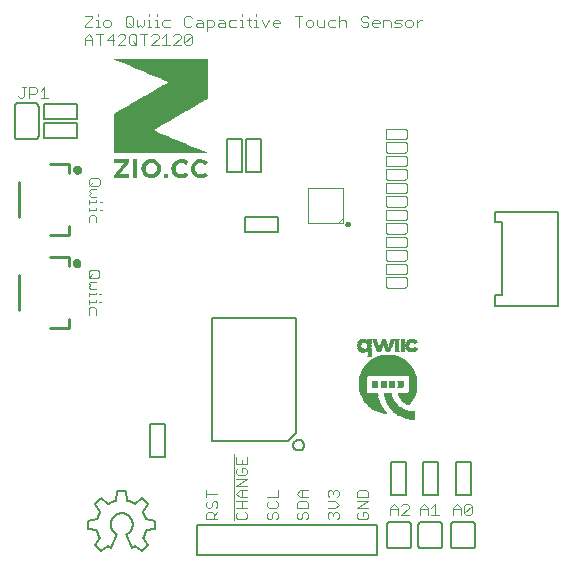
<source format=gbr>
G04 EAGLE Gerber RS-274X export*
G75*
%MOMM*%
%FSLAX34Y34*%
%LPD*%
%INSilkscreen Top*%
%IPPOS*%
%AMOC8*
5,1,8,0,0,1.08239X$1,22.5*%
G01*
%ADD10C,0.101600*%
%ADD11C,0.127000*%
%ADD12C,0.076200*%
%ADD13C,0.100000*%
%ADD14C,0.225000*%
%ADD15C,0.400000*%
%ADD16C,0.254000*%
%ADD17C,0.152400*%
%ADD18R,0.120000X0.020000*%
%ADD19R,0.340000X0.020000*%
%ADD20R,0.320000X0.020000*%
%ADD21R,0.140000X0.020000*%
%ADD22R,0.280000X0.020000*%
%ADD23R,0.360000X0.020000*%
%ADD24R,0.420000X0.020000*%
%ADD25R,0.380000X0.020000*%
%ADD26R,0.480000X0.020000*%
%ADD27R,0.540000X0.020000*%
%ADD28R,0.560000X0.020000*%
%ADD29R,0.400000X0.020000*%
%ADD30R,0.640000X0.020000*%
%ADD31R,0.620000X0.020000*%
%ADD32R,0.700000X0.020000*%
%ADD33R,0.660000X0.020000*%
%ADD34R,0.740000X0.020000*%
%ADD35R,1.080000X0.020000*%
%ADD36R,0.800000X0.020000*%
%ADD37R,1.100000X0.020000*%
%ADD38R,0.440000X0.020000*%
%ADD39R,0.840000X0.020000*%
%ADD40R,1.120000X0.020000*%
%ADD41R,0.460000X0.020000*%
%ADD42R,0.860000X0.020000*%
%ADD43R,0.900000X0.020000*%
%ADD44R,1.140000X0.020000*%
%ADD45R,0.920000X0.020000*%
%ADD46R,1.160000X0.020000*%
%ADD47R,0.960000X0.020000*%
%ADD48R,0.500000X0.020000*%
%ADD49R,0.520000X0.020000*%
%ADD50R,0.940000X0.020000*%
%ADD51R,0.260000X0.020000*%
%ADD52R,0.180000X0.020000*%
%ADD53R,0.580000X0.020000*%
%ADD54R,0.060000X0.020000*%
%ADD55R,0.600000X0.020000*%
%ADD56R,0.300000X0.020000*%
%ADD57R,0.040000X0.020000*%
%ADD58R,0.100000X0.020000*%
%ADD59R,0.160000X0.020000*%
%ADD60R,0.220000X0.020000*%
%ADD61R,0.980000X0.020000*%
%ADD62R,0.880000X0.020000*%
%ADD63R,0.760000X0.020000*%
%ADD64R,1.060000X0.020000*%
%ADD65R,0.720000X0.020000*%
%ADD66R,0.820000X0.020000*%
%ADD67R,1.180000X0.020000*%
%ADD68R,1.340000X0.020000*%
%ADD69R,1.460000X0.020000*%
%ADD70R,1.600000X0.020000*%
%ADD71R,1.700000X0.020000*%
%ADD72R,1.820000X0.020000*%
%ADD73R,1.900000X0.020000*%
%ADD74R,1.980000X0.020000*%
%ADD75R,2.100000X0.020000*%
%ADD76R,2.160000X0.020000*%
%ADD77R,2.260000X0.020000*%
%ADD78R,2.340000X0.020000*%
%ADD79R,2.400000X0.020000*%
%ADD80R,2.480000X0.020000*%
%ADD81R,2.540000X0.020000*%
%ADD82R,2.600000X0.020000*%
%ADD83R,2.680000X0.020000*%
%ADD84R,2.720000X0.020000*%
%ADD85R,2.800000X0.020000*%
%ADD86R,2.840000X0.020000*%
%ADD87R,2.900000X0.020000*%
%ADD88R,2.960000X0.020000*%
%ADD89R,3.000000X0.020000*%
%ADD90R,3.060000X0.020000*%
%ADD91R,3.120000X0.020000*%
%ADD92R,3.160000X0.020000*%
%ADD93R,3.200000X0.020000*%
%ADD94R,3.260000X0.020000*%
%ADD95R,3.300000X0.020000*%
%ADD96R,3.340000X0.020000*%
%ADD97R,3.380000X0.020000*%
%ADD98R,3.420000X0.020000*%
%ADD99R,3.460000X0.020000*%
%ADD100R,3.520000X0.020000*%
%ADD101R,3.540000X0.020000*%
%ADD102R,3.580000X0.020000*%
%ADD103R,3.620000X0.020000*%
%ADD104R,3.660000X0.020000*%
%ADD105R,3.700000X0.020000*%
%ADD106R,3.740000X0.020000*%
%ADD107R,3.780000X0.020000*%
%ADD108R,3.800000X0.020000*%
%ADD109R,3.840000X0.020000*%
%ADD110R,3.860000X0.020000*%
%ADD111R,3.900000X0.020000*%
%ADD112R,3.940000X0.020000*%
%ADD113R,3.960000X0.020000*%
%ADD114R,3.980000X0.020000*%
%ADD115R,4.020000X0.020000*%
%ADD116R,4.060000X0.020000*%
%ADD117R,4.080000X0.020000*%
%ADD118R,4.100000X0.020000*%
%ADD119R,4.120000X0.020000*%
%ADD120R,4.160000X0.020000*%
%ADD121R,4.180000X0.020000*%
%ADD122R,4.200000X0.020000*%
%ADD123R,4.240000X0.020000*%
%ADD124R,4.260000X0.020000*%
%ADD125R,4.280000X0.020000*%
%ADD126R,4.300000X0.020000*%
%ADD127R,4.320000X0.020000*%
%ADD128R,4.340000X0.020000*%
%ADD129R,4.380000X0.020000*%
%ADD130R,4.400000X0.020000*%
%ADD131R,4.440000X0.020000*%
%ADD132R,4.460000X0.020000*%
%ADD133R,4.500000X0.020000*%
%ADD134R,4.520000X0.020000*%
%ADD135R,4.540000X0.020000*%
%ADD136R,4.560000X0.020000*%
%ADD137R,4.580000X0.020000*%
%ADD138R,4.600000X0.020000*%
%ADD139R,4.620000X0.020000*%
%ADD140R,4.640000X0.020000*%
%ADD141R,4.660000X0.020000*%
%ADD142R,4.680000X0.020000*%
%ADD143R,4.700000X0.020000*%
%ADD144R,4.720000X0.020000*%
%ADD145R,4.740000X0.020000*%
%ADD146R,0.680000X0.020000*%
%ADD147R,1.480000X0.020000*%
%ADD148R,1.580000X0.020000*%
%ADD149R,1.560000X0.020000*%
%ADD150R,1.540000X0.020000*%
%ADD151R,1.520000X0.020000*%
%ADD152R,1.500000X0.020000*%
%ADD153R,1.440000X0.020000*%
%ADD154R,1.400000X0.020000*%
%ADD155R,1.420000X0.020000*%
%ADD156R,1.380000X0.020000*%
%ADD157R,1.360000X0.020000*%
%ADD158R,1.320000X0.020000*%
%ADD159R,1.300000X0.020000*%
%ADD160R,1.260000X0.020000*%
%ADD161R,1.220000X0.020000*%
%ADD162R,1.200000X0.020000*%
%ADD163R,1.040000X0.020000*%
%ADD164R,1.020000X0.020000*%
%ADD165R,1.000000X0.020000*%
%ADD166R,1.280000X0.020000*%
%ADD167R,0.780000X0.020000*%
%ADD168R,1.240000X0.020000*%
%ADD169R,0.020000X0.020000*%
%ADD170R,1.840000X0.020000*%
%ADD171R,1.800000X0.020000*%
%ADD172R,1.780000X0.020000*%
%ADD173R,1.760000X0.020000*%
%ADD174R,1.740000X0.020000*%
%ADD175R,1.680000X0.020000*%
%ADD176R,1.660000X0.020000*%
%ADD177R,1.620000X0.020000*%

G36*
X89091Y342278D02*
X89091Y342278D01*
X120943Y342278D01*
X123596Y342280D01*
X158102Y342280D01*
X160756Y342283D01*
X166063Y342283D01*
X166068Y342287D01*
X166073Y342289D01*
X166073Y342292D01*
X166075Y342294D01*
X166070Y342299D01*
X166068Y342306D01*
X164387Y343013D01*
X162707Y343720D01*
X160403Y344688D01*
X158096Y345656D01*
X155792Y346624D01*
X153485Y347589D01*
X151178Y348558D01*
X148873Y349526D01*
X146567Y350491D01*
X144260Y351459D01*
X141953Y352427D01*
X139648Y353393D01*
X137189Y354425D01*
X134730Y355457D01*
X132271Y356492D01*
X129812Y357527D01*
X127356Y358564D01*
X124903Y359602D01*
X122446Y360644D01*
X120022Y361699D01*
X122301Y363026D01*
X124600Y364365D01*
X126901Y365698D01*
X129200Y367034D01*
X133804Y369701D01*
X136105Y371038D01*
X143010Y375038D01*
X145304Y376369D01*
X147600Y377697D01*
X149896Y379028D01*
X152190Y380359D01*
X154486Y381687D01*
X156780Y383018D01*
X159076Y384349D01*
X161372Y385677D01*
X163666Y387008D01*
X165962Y388336D01*
X165965Y388343D01*
X165968Y388346D01*
X165971Y390741D01*
X165976Y393136D01*
X165979Y395528D01*
X165984Y397923D01*
X165987Y400316D01*
X165992Y402711D01*
X165995Y405103D01*
X166000Y407498D01*
X166003Y409893D01*
X166006Y412285D01*
X166011Y414680D01*
X166014Y417072D01*
X166019Y419467D01*
X166022Y421860D01*
X166011Y421871D01*
X166010Y421871D01*
X166010Y421872D01*
X144804Y421872D01*
X142153Y421869D01*
X120951Y421869D01*
X118300Y421866D01*
X94443Y421866D01*
X91792Y421864D01*
X86490Y421864D01*
X86486Y421860D01*
X86480Y421858D01*
X86481Y421855D01*
X86479Y421853D01*
X86483Y421848D01*
X86486Y421841D01*
X87665Y421339D01*
X89969Y420371D01*
X92276Y419403D01*
X94580Y418435D01*
X96887Y417467D01*
X99191Y416499D01*
X101498Y415533D01*
X103803Y414565D01*
X106110Y413600D01*
X108414Y412631D01*
X110721Y411663D01*
X113148Y410647D01*
X115577Y409626D01*
X118004Y408607D01*
X120431Y407585D01*
X122858Y406564D01*
X125285Y405540D01*
X127710Y404513D01*
X130134Y403484D01*
X132528Y402448D01*
X130247Y401115D01*
X127940Y399774D01*
X125636Y398435D01*
X123329Y397096D01*
X121025Y395760D01*
X118718Y394421D01*
X116411Y393082D01*
X114106Y391746D01*
X111800Y390410D01*
X109493Y389071D01*
X107191Y387738D01*
X104892Y386404D01*
X100289Y383737D01*
X97990Y382404D01*
X93387Y379737D01*
X91088Y378403D01*
X88786Y377070D01*
X86484Y375736D01*
X86482Y375729D01*
X86478Y375726D01*
X86476Y373339D01*
X86470Y370949D01*
X86468Y368562D01*
X86462Y366173D01*
X86460Y363786D01*
X86457Y361396D01*
X86452Y359009D01*
X86452Y359006D01*
X86449Y356619D01*
X86444Y354230D01*
X86441Y351843D01*
X86436Y349453D01*
X86433Y347064D01*
X86428Y344677D01*
X86425Y342287D01*
X86436Y342275D01*
X86436Y342276D01*
X86437Y342275D01*
X89091Y342278D01*
G37*
G36*
X118311Y321100D02*
X118311Y321100D01*
X118312Y321099D01*
X120355Y321371D01*
X120356Y321373D01*
X120358Y321372D01*
X122468Y322295D01*
X122469Y322297D01*
X122471Y322297D01*
X124231Y323774D01*
X124231Y323777D01*
X124233Y323777D01*
X125500Y325697D01*
X125500Y325699D01*
X125501Y325700D01*
X126125Y327406D01*
X126124Y327408D01*
X126126Y327410D01*
X126267Y329223D01*
X126266Y329224D01*
X126267Y329226D01*
X126003Y331420D01*
X126002Y331422D01*
X126002Y331424D01*
X125136Y333453D01*
X125133Y333454D01*
X125134Y333456D01*
X123709Y335145D01*
X123707Y335145D01*
X123707Y335147D01*
X122027Y336278D01*
X122025Y336277D01*
X122025Y336279D01*
X120147Y337044D01*
X120145Y337043D01*
X120144Y337045D01*
X117957Y337237D01*
X117955Y337236D01*
X117955Y337237D01*
X117640Y337208D01*
X115770Y337037D01*
X115769Y337035D01*
X115767Y337036D01*
X114097Y336367D01*
X114097Y336365D01*
X114096Y336366D01*
X112565Y335427D01*
X112564Y335425D01*
X112562Y335425D01*
X110906Y333531D01*
X110906Y333529D01*
X110904Y333528D01*
X109877Y331232D01*
X109878Y331230D01*
X109876Y331228D01*
X109647Y329217D01*
X109648Y329216D01*
X109647Y329215D01*
X109828Y327196D01*
X109830Y327194D01*
X109829Y327193D01*
X110701Y325059D01*
X110703Y325058D01*
X110703Y325056D01*
X112159Y323266D01*
X112161Y323266D01*
X112161Y323264D01*
X114060Y321955D01*
X114063Y321955D01*
X114063Y321953D01*
X116248Y321204D01*
X116250Y321205D01*
X116251Y321203D01*
X117640Y321134D01*
X118310Y321099D01*
X118311Y321100D01*
G37*
G36*
X99576Y321382D02*
X99576Y321382D01*
X99575Y321382D01*
X99576Y321383D01*
X99547Y322850D01*
X99517Y324317D01*
X99507Y324329D01*
X99506Y324328D01*
X99505Y324329D01*
X99274Y324332D01*
X99272Y324332D01*
X98315Y324344D01*
X98313Y324344D01*
X97364Y324355D01*
X97356Y324355D01*
X97356Y324356D01*
X97354Y324356D01*
X96398Y324367D01*
X96396Y324367D01*
X95440Y324379D01*
X95438Y324379D01*
X95222Y324382D01*
X94482Y324391D01*
X94479Y324391D01*
X93522Y324403D01*
X93520Y324403D01*
X93081Y324409D01*
X92563Y324415D01*
X92561Y324415D01*
X91604Y324427D01*
X91602Y324427D01*
X90965Y324435D01*
X92386Y326088D01*
X93820Y327757D01*
X95258Y329427D01*
X96693Y331099D01*
X98130Y332769D01*
X99568Y334438D01*
X99568Y334443D01*
X99571Y334446D01*
X99571Y336956D01*
X99560Y336968D01*
X99559Y336967D01*
X99559Y336968D01*
X86757Y336968D01*
X86745Y336957D01*
X86746Y336956D01*
X86745Y336956D01*
X86745Y333974D01*
X86756Y333962D01*
X86756Y333963D01*
X86757Y333962D01*
X88821Y333946D01*
X90883Y333933D01*
X92947Y333919D01*
X94983Y333906D01*
X92146Y330619D01*
X90719Y328965D01*
X87865Y325658D01*
X86439Y324005D01*
X86439Y324001D01*
X86436Y323999D01*
X86437Y323998D01*
X86436Y323997D01*
X86430Y322690D01*
X86425Y321383D01*
X86436Y321371D01*
X86436Y321372D01*
X86437Y321371D01*
X99564Y321371D01*
X99576Y321382D01*
G37*
G36*
X144008Y321106D02*
X144008Y321106D01*
X144009Y321105D01*
X146500Y321633D01*
X146502Y321635D01*
X146504Y321634D01*
X147869Y322389D01*
X147870Y322390D01*
X147871Y322390D01*
X149084Y323369D01*
X149085Y323370D01*
X149589Y323887D01*
X149590Y323896D01*
X149590Y323897D01*
X149590Y323903D01*
X149589Y323903D01*
X149589Y323904D01*
X148499Y324992D01*
X147405Y326077D01*
X147389Y326078D01*
X146697Y325538D01*
X144979Y324531D01*
X143010Y324300D01*
X141563Y324597D01*
X140327Y325398D01*
X139130Y327114D01*
X138720Y329171D01*
X139130Y331225D01*
X140327Y332944D01*
X141553Y333741D01*
X142986Y334039D01*
X144947Y333778D01*
X146673Y332796D01*
X147264Y332362D01*
X147268Y332362D01*
X147268Y332361D01*
X147273Y332361D01*
X147274Y332362D01*
X147280Y332363D01*
X148304Y333499D01*
X148304Y333500D01*
X148305Y333500D01*
X149294Y334662D01*
X149294Y334672D01*
X149295Y334676D01*
X148815Y335442D01*
X148812Y335443D01*
X148812Y335445D01*
X147494Y336334D01*
X147492Y336333D01*
X147492Y336335D01*
X146014Y336924D01*
X146013Y336924D01*
X146012Y336925D01*
X144695Y337191D01*
X144693Y337191D01*
X144693Y337192D01*
X144503Y337196D01*
X144502Y337196D01*
X143999Y337208D01*
X143998Y337208D01*
X143496Y337220D01*
X143495Y337220D01*
X143343Y337224D01*
X143343Y337223D01*
X143343Y337224D01*
X143077Y337220D01*
X143075Y337220D01*
X142195Y337208D01*
X142193Y337208D01*
X141964Y337205D01*
X141962Y337204D01*
X141961Y337205D01*
X140622Y336879D01*
X140621Y336878D01*
X140620Y336879D01*
X138716Y335988D01*
X138715Y335986D01*
X138713Y335986D01*
X137116Y334623D01*
X137115Y334621D01*
X137113Y334621D01*
X135969Y332858D01*
X135969Y332856D01*
X135968Y332855D01*
X135283Y331050D01*
X135283Y331048D01*
X135282Y331047D01*
X135127Y329118D01*
X135128Y329117D01*
X135127Y329117D01*
X135255Y327348D01*
X135257Y327347D01*
X135256Y327345D01*
X135819Y325670D01*
X135820Y325669D01*
X135820Y325668D01*
X137191Y323609D01*
X137193Y323608D01*
X137193Y323606D01*
X139135Y322075D01*
X139137Y322075D01*
X139138Y322073D01*
X141458Y321215D01*
X141461Y321215D01*
X141462Y321214D01*
X144006Y321104D01*
X144008Y321106D01*
G37*
G36*
X160501Y321090D02*
X160501Y321090D01*
X160502Y321089D01*
X162478Y321467D01*
X162479Y321469D01*
X162481Y321468D01*
X164308Y322300D01*
X164309Y322303D01*
X164311Y322302D01*
X166018Y323868D01*
X166019Y323884D01*
X166018Y323884D01*
X166019Y323885D01*
X164989Y325034D01*
X164989Y325035D01*
X163959Y326067D01*
X163944Y326068D01*
X163943Y326068D01*
X163256Y325540D01*
X161677Y324592D01*
X159870Y324278D01*
X158024Y324637D01*
X156514Y325752D01*
X155394Y327979D01*
X155415Y330474D01*
X156583Y332675D01*
X158197Y333789D01*
X160144Y334039D01*
X161717Y333696D01*
X163101Y332868D01*
X163805Y332361D01*
X163821Y332363D01*
X164869Y333526D01*
X165885Y334721D01*
X165885Y334733D01*
X165886Y334736D01*
X165352Y335448D01*
X165349Y335449D01*
X165349Y335451D01*
X163050Y336761D01*
X163047Y336760D01*
X163046Y336762D01*
X160446Y337258D01*
X160444Y337257D01*
X160443Y337258D01*
X158016Y337101D01*
X158014Y337099D01*
X158012Y337100D01*
X155735Y336255D01*
X155734Y336253D01*
X155732Y336253D01*
X153827Y334743D01*
X153827Y334741D01*
X153825Y334741D01*
X152398Y332661D01*
X152398Y332658D01*
X152396Y332657D01*
X151690Y330233D01*
X151691Y330231D01*
X151689Y330229D01*
X151745Y327706D01*
X151747Y327705D01*
X151746Y327703D01*
X152549Y325308D01*
X152551Y325307D01*
X152550Y325304D01*
X154055Y323280D01*
X154057Y323280D01*
X154057Y323277D01*
X156138Y321848D01*
X156140Y321848D01*
X156141Y321846D01*
X158485Y321129D01*
X158487Y321130D01*
X158488Y321128D01*
X160499Y321088D01*
X160501Y321090D01*
G37*
%LPC*%
G36*
X114604Y325726D02*
X114604Y325726D01*
X113439Y327795D01*
X113340Y330171D01*
X114304Y332345D01*
X115926Y333630D01*
X117643Y334000D01*
X117953Y334066D01*
X119969Y333600D01*
X121677Y332177D01*
X122571Y330142D01*
X122526Y327918D01*
X121549Y325917D01*
X119384Y324478D01*
X119367Y324477D01*
X119366Y324477D01*
X118995Y324465D01*
X118994Y324465D01*
X118622Y324454D01*
X118250Y324442D01*
X118249Y324442D01*
X117877Y324430D01*
X117641Y324422D01*
X117467Y324417D01*
X117089Y324405D01*
X116799Y324396D01*
X114604Y325726D01*
G37*
%LPD*%
G36*
X106395Y321382D02*
X106395Y321382D01*
X106396Y321383D01*
X106396Y336956D01*
X106385Y336968D01*
X106384Y336967D01*
X106384Y336968D01*
X102970Y336968D01*
X102958Y336957D01*
X102959Y336956D01*
X102958Y336956D01*
X102958Y321383D01*
X102968Y321371D01*
X102969Y321372D01*
X102970Y321371D01*
X106384Y321371D01*
X106395Y321382D01*
G37*
G36*
X132529Y321382D02*
X132529Y321382D01*
X132529Y321383D01*
X132529Y324904D01*
X132519Y324915D01*
X132518Y324915D01*
X132517Y324915D01*
X128890Y324915D01*
X128879Y324905D01*
X128879Y324904D01*
X128878Y324904D01*
X128878Y321383D01*
X128889Y321371D01*
X128890Y321372D01*
X128890Y321371D01*
X132517Y321371D01*
X132529Y321382D01*
G37*
D10*
X66803Y320932D02*
X72905Y320932D01*
X74430Y319407D01*
X74430Y316356D01*
X72905Y314831D01*
X66803Y314831D01*
X65278Y316356D01*
X65278Y319407D01*
X66803Y320932D01*
X68329Y317881D02*
X65278Y314831D01*
X66803Y311577D02*
X71379Y311577D01*
X66803Y311577D02*
X65278Y310052D01*
X66803Y308526D01*
X65278Y307001D01*
X66803Y305476D01*
X71379Y305476D01*
X71379Y302222D02*
X71379Y300696D01*
X65278Y300696D01*
X65278Y299171D02*
X65278Y302222D01*
X74430Y300696D02*
X75955Y300696D01*
X71379Y295985D02*
X71379Y294460D01*
X65278Y294460D01*
X65278Y295985D02*
X65278Y292934D01*
X74430Y294460D02*
X75955Y294460D01*
X71379Y288223D02*
X71379Y283647D01*
X71379Y288223D02*
X69854Y289748D01*
X66803Y289748D01*
X65278Y288223D01*
X65278Y283647D01*
X66549Y242954D02*
X72651Y242954D01*
X74176Y241429D01*
X74176Y238378D01*
X72651Y236853D01*
X66549Y236853D01*
X65024Y238378D01*
X65024Y241429D01*
X66549Y242954D01*
X68075Y239903D02*
X65024Y236853D01*
X66549Y233599D02*
X71125Y233599D01*
X66549Y233599D02*
X65024Y232074D01*
X66549Y230548D01*
X65024Y229023D01*
X66549Y227498D01*
X71125Y227498D01*
X71125Y224244D02*
X71125Y222718D01*
X65024Y222718D01*
X65024Y221193D02*
X65024Y224244D01*
X74176Y222718D02*
X75701Y222718D01*
X71125Y218007D02*
X71125Y216482D01*
X65024Y216482D01*
X65024Y218007D02*
X65024Y214956D01*
X74176Y216482D02*
X75701Y216482D01*
X71125Y210245D02*
X71125Y205669D01*
X71125Y210245D02*
X69600Y211770D01*
X66549Y211770D01*
X65024Y210245D01*
X65024Y205669D01*
X187932Y87873D02*
X187932Y31742D01*
X189956Y36826D02*
X191482Y38351D01*
X189956Y36826D02*
X189956Y33775D01*
X191482Y32250D01*
X197583Y32250D01*
X199108Y33775D01*
X199108Y36826D01*
X197583Y38351D01*
X199108Y41605D02*
X189956Y41605D01*
X194532Y41605D02*
X194532Y47706D01*
X189956Y47706D02*
X199108Y47706D01*
X199108Y50960D02*
X193007Y50960D01*
X189956Y54011D01*
X193007Y57062D01*
X199108Y57062D01*
X194532Y57062D02*
X194532Y50960D01*
X199108Y60316D02*
X189956Y60316D01*
X199108Y66417D01*
X189956Y66417D01*
X189956Y74247D02*
X191482Y75772D01*
X189956Y74247D02*
X189956Y71196D01*
X191482Y69671D01*
X197583Y69671D01*
X199108Y71196D01*
X199108Y74247D01*
X197583Y75772D01*
X194532Y75772D01*
X194532Y72721D01*
X189956Y79026D02*
X189956Y85127D01*
X189956Y79026D02*
X199108Y79026D01*
X199108Y85127D01*
X194532Y82077D02*
X194532Y79026D01*
X217644Y38351D02*
X216118Y36826D01*
X216118Y33775D01*
X217644Y32250D01*
X219169Y32250D01*
X220694Y33775D01*
X220694Y36826D01*
X222219Y38351D01*
X223745Y38351D01*
X225270Y36826D01*
X225270Y33775D01*
X223745Y32250D01*
X216118Y46181D02*
X217644Y47706D01*
X216118Y46181D02*
X216118Y43130D01*
X217644Y41605D01*
X223745Y41605D01*
X225270Y43130D01*
X225270Y46181D01*
X223745Y47706D01*
X225270Y50960D02*
X216118Y50960D01*
X225270Y50960D02*
X225270Y57062D01*
X242790Y38351D02*
X241264Y36826D01*
X241264Y33775D01*
X242790Y32250D01*
X244315Y32250D01*
X245840Y33775D01*
X245840Y36826D01*
X247365Y38351D01*
X248891Y38351D01*
X250416Y36826D01*
X250416Y33775D01*
X248891Y32250D01*
X250416Y41605D02*
X241264Y41605D01*
X250416Y41605D02*
X250416Y46181D01*
X248891Y47706D01*
X242790Y47706D01*
X241264Y46181D01*
X241264Y41605D01*
X244315Y50960D02*
X250416Y50960D01*
X244315Y50960D02*
X241264Y54011D01*
X244315Y57062D01*
X250416Y57062D01*
X245840Y57062D02*
X245840Y50960D01*
X267426Y33775D02*
X268952Y32250D01*
X267426Y33775D02*
X267426Y36826D01*
X268952Y38351D01*
X270477Y38351D01*
X272002Y36826D01*
X272002Y35301D01*
X272002Y36826D02*
X273527Y38351D01*
X275053Y38351D01*
X276578Y36826D01*
X276578Y33775D01*
X275053Y32250D01*
X273527Y41605D02*
X267426Y41605D01*
X273527Y41605D02*
X276578Y44656D01*
X273527Y47706D01*
X267426Y47706D01*
X268952Y50960D02*
X267426Y52486D01*
X267426Y55536D01*
X268952Y57062D01*
X270477Y57062D01*
X272002Y55536D01*
X272002Y54011D01*
X272002Y55536D02*
X273527Y57062D01*
X275053Y57062D01*
X276578Y55536D01*
X276578Y52486D01*
X275053Y50960D01*
X292572Y36826D02*
X294098Y38351D01*
X292572Y36826D02*
X292572Y33775D01*
X294098Y32250D01*
X300199Y32250D01*
X301724Y33775D01*
X301724Y36826D01*
X300199Y38351D01*
X297148Y38351D01*
X297148Y35301D01*
X301724Y41605D02*
X292572Y41605D01*
X301724Y47706D01*
X292572Y47706D01*
X292572Y50960D02*
X301724Y50960D01*
X301724Y55536D01*
X300199Y57062D01*
X294098Y57062D01*
X292572Y55536D01*
X292572Y50960D01*
X173962Y32250D02*
X164810Y32250D01*
X164810Y36826D01*
X166336Y38351D01*
X169386Y38351D01*
X170911Y36826D01*
X170911Y32250D01*
X170911Y35301D02*
X173962Y38351D01*
X164810Y46181D02*
X166336Y47706D01*
X164810Y46181D02*
X164810Y43130D01*
X166336Y41605D01*
X167861Y41605D01*
X169386Y43130D01*
X169386Y46181D01*
X170911Y47706D01*
X172437Y47706D01*
X173962Y46181D01*
X173962Y43130D01*
X172437Y41605D01*
X173962Y54011D02*
X164810Y54011D01*
X164810Y50960D02*
X164810Y57062D01*
X373888Y42169D02*
X373888Y36068D01*
X373888Y42169D02*
X376939Y45220D01*
X379989Y42169D01*
X379989Y36068D01*
X379989Y40644D02*
X373888Y40644D01*
X383243Y37593D02*
X383243Y43695D01*
X384768Y45220D01*
X387819Y45220D01*
X389344Y43695D01*
X389344Y37593D01*
X387819Y36068D01*
X384768Y36068D01*
X383243Y37593D01*
X389344Y43695D01*
X345948Y42169D02*
X345948Y36068D01*
X345948Y42169D02*
X348999Y45220D01*
X352049Y42169D01*
X352049Y36068D01*
X352049Y40644D02*
X345948Y40644D01*
X355303Y42169D02*
X358354Y45220D01*
X358354Y36068D01*
X361404Y36068D02*
X355303Y36068D01*
X320548Y36068D02*
X320548Y42169D01*
X323599Y45220D01*
X326649Y42169D01*
X326649Y36068D01*
X326649Y40644D02*
X320548Y40644D01*
X329903Y36068D02*
X336004Y36068D01*
X329903Y36068D02*
X336004Y42169D01*
X336004Y43695D01*
X334479Y45220D01*
X331428Y45220D01*
X329903Y43695D01*
X7113Y389128D02*
X5588Y390653D01*
X7113Y389128D02*
X8639Y389128D01*
X10164Y390653D01*
X10164Y398280D01*
X8639Y398280D02*
X11689Y398280D01*
X14943Y398280D02*
X14943Y389128D01*
X14943Y398280D02*
X19519Y398280D01*
X21044Y396755D01*
X21044Y393704D01*
X19519Y392179D01*
X14943Y392179D01*
X24298Y395229D02*
X27349Y398280D01*
X27349Y389128D01*
X24298Y389128D02*
X30400Y389128D01*
X61976Y458224D02*
X68077Y458224D01*
X68077Y456699D01*
X61976Y450597D01*
X61976Y449072D01*
X68077Y449072D01*
X71331Y455173D02*
X72856Y455173D01*
X72856Y449072D01*
X71331Y449072D02*
X74382Y449072D01*
X72856Y458224D02*
X72856Y459749D01*
X79093Y449072D02*
X82144Y449072D01*
X83669Y450597D01*
X83669Y453648D01*
X82144Y455173D01*
X79093Y455173D01*
X77568Y453648D01*
X77568Y450597D01*
X79093Y449072D01*
X96278Y450597D02*
X96278Y456699D01*
X97804Y458224D01*
X100854Y458224D01*
X102380Y456699D01*
X102380Y450597D01*
X100854Y449072D01*
X97804Y449072D01*
X96278Y450597D01*
X99329Y452123D02*
X102380Y449072D01*
X105634Y450597D02*
X105634Y455173D01*
X105634Y450597D02*
X107159Y449072D01*
X108684Y450597D01*
X110209Y449072D01*
X111735Y450597D01*
X111735Y455173D01*
X114989Y455173D02*
X116514Y455173D01*
X116514Y449072D01*
X114989Y449072D02*
X118039Y449072D01*
X116514Y458224D02*
X116514Y459749D01*
X121226Y455173D02*
X122751Y455173D01*
X122751Y449072D01*
X121226Y449072D02*
X124276Y449072D01*
X122751Y458224D02*
X122751Y459749D01*
X128988Y455173D02*
X133563Y455173D01*
X128988Y455173D02*
X127462Y453648D01*
X127462Y450597D01*
X128988Y449072D01*
X133563Y449072D01*
X150749Y458224D02*
X152274Y456699D01*
X150749Y458224D02*
X147698Y458224D01*
X146173Y456699D01*
X146173Y450597D01*
X147698Y449072D01*
X150749Y449072D01*
X152274Y450597D01*
X157053Y455173D02*
X160104Y455173D01*
X161629Y453648D01*
X161629Y449072D01*
X157053Y449072D01*
X155528Y450597D01*
X157053Y452123D01*
X161629Y452123D01*
X164883Y455173D02*
X164883Y446021D01*
X164883Y455173D02*
X169459Y455173D01*
X170984Y453648D01*
X170984Y450597D01*
X169459Y449072D01*
X164883Y449072D01*
X175764Y455173D02*
X178814Y455173D01*
X180339Y453648D01*
X180339Y449072D01*
X175764Y449072D01*
X174238Y450597D01*
X175764Y452123D01*
X180339Y452123D01*
X185119Y455173D02*
X189695Y455173D01*
X185119Y455173D02*
X183593Y453648D01*
X183593Y450597D01*
X185119Y449072D01*
X189695Y449072D01*
X192949Y455173D02*
X194474Y455173D01*
X194474Y449072D01*
X192949Y449072D02*
X195999Y449072D01*
X194474Y458224D02*
X194474Y459749D01*
X200711Y456699D02*
X200711Y450597D01*
X202236Y449072D01*
X202236Y455173D02*
X199185Y455173D01*
X205422Y455173D02*
X206947Y455173D01*
X206947Y449072D01*
X205422Y449072D02*
X208473Y449072D01*
X206947Y458224D02*
X206947Y459749D01*
X211659Y455173D02*
X214710Y449072D01*
X217760Y455173D01*
X222539Y449072D02*
X225590Y449072D01*
X222539Y449072D02*
X221014Y450597D01*
X221014Y453648D01*
X222539Y455173D01*
X225590Y455173D01*
X227115Y453648D01*
X227115Y452123D01*
X221014Y452123D01*
X242775Y449072D02*
X242775Y458224D01*
X239725Y458224D02*
X245826Y458224D01*
X250605Y449072D02*
X253656Y449072D01*
X255181Y450597D01*
X255181Y453648D01*
X253656Y455173D01*
X250605Y455173D01*
X249080Y453648D01*
X249080Y450597D01*
X250605Y449072D01*
X258435Y450597D02*
X258435Y455173D01*
X258435Y450597D02*
X259960Y449072D01*
X264536Y449072D01*
X264536Y455173D01*
X269315Y455173D02*
X273891Y455173D01*
X269315Y455173D02*
X267790Y453648D01*
X267790Y450597D01*
X269315Y449072D01*
X273891Y449072D01*
X277145Y449072D02*
X277145Y458224D01*
X278671Y455173D02*
X277145Y453648D01*
X278671Y455173D02*
X281721Y455173D01*
X283246Y453648D01*
X283246Y449072D01*
X300432Y458224D02*
X301957Y456699D01*
X300432Y458224D02*
X297381Y458224D01*
X295856Y456699D01*
X295856Y455173D01*
X297381Y453648D01*
X300432Y453648D01*
X301957Y452123D01*
X301957Y450597D01*
X300432Y449072D01*
X297381Y449072D01*
X295856Y450597D01*
X306736Y449072D02*
X309787Y449072D01*
X306736Y449072D02*
X305211Y450597D01*
X305211Y453648D01*
X306736Y455173D01*
X309787Y455173D01*
X311312Y453648D01*
X311312Y452123D01*
X305211Y452123D01*
X314566Y449072D02*
X314566Y455173D01*
X319142Y455173D01*
X320667Y453648D01*
X320667Y449072D01*
X323921Y449072D02*
X328497Y449072D01*
X330022Y450597D01*
X328497Y452123D01*
X325446Y452123D01*
X323921Y453648D01*
X325446Y455173D01*
X330022Y455173D01*
X334802Y449072D02*
X337852Y449072D01*
X339378Y450597D01*
X339378Y453648D01*
X337852Y455173D01*
X334802Y455173D01*
X333276Y453648D01*
X333276Y450597D01*
X334802Y449072D01*
X342632Y449072D02*
X342632Y455173D01*
X342632Y452123D02*
X345682Y455173D01*
X347207Y455173D01*
X61976Y439933D02*
X61976Y433832D01*
X61976Y439933D02*
X65027Y442984D01*
X68077Y439933D01*
X68077Y433832D01*
X68077Y438408D02*
X61976Y438408D01*
X74382Y433832D02*
X74382Y442984D01*
X77432Y442984D02*
X71331Y442984D01*
X85262Y442984D02*
X85262Y433832D01*
X80686Y438408D02*
X85262Y442984D01*
X86788Y438408D02*
X80686Y438408D01*
X90042Y433832D02*
X96143Y433832D01*
X90042Y433832D02*
X96143Y439933D01*
X96143Y441459D01*
X94617Y442984D01*
X91567Y442984D01*
X90042Y441459D01*
X99397Y441459D02*
X99397Y435357D01*
X99397Y441459D02*
X100922Y442984D01*
X103973Y442984D01*
X105498Y441459D01*
X105498Y435357D01*
X103973Y433832D01*
X100922Y433832D01*
X99397Y435357D01*
X102447Y436883D02*
X105498Y433832D01*
X111803Y433832D02*
X111803Y442984D01*
X114853Y442984D02*
X108752Y442984D01*
X118107Y433832D02*
X124208Y433832D01*
X118107Y433832D02*
X124208Y439933D01*
X124208Y441459D01*
X122683Y442984D01*
X119632Y442984D01*
X118107Y441459D01*
X127462Y439933D02*
X130513Y442984D01*
X130513Y433832D01*
X127462Y433832D02*
X133564Y433832D01*
X136818Y433832D02*
X142919Y433832D01*
X136818Y433832D02*
X142919Y439933D01*
X142919Y441459D01*
X141393Y442984D01*
X138343Y442984D01*
X136818Y441459D01*
X146173Y441459D02*
X146173Y435357D01*
X146173Y441459D02*
X147698Y442984D01*
X150749Y442984D01*
X152274Y441459D01*
X152274Y435357D01*
X150749Y433832D01*
X147698Y433832D01*
X146173Y435357D01*
X152274Y441459D01*
D11*
X211294Y354516D02*
X211294Y326576D01*
X198594Y326576D01*
X198594Y354516D01*
X211294Y354516D01*
D12*
X332926Y237397D02*
X332995Y237395D01*
X333063Y237390D01*
X333131Y237380D01*
X333199Y237367D01*
X333266Y237351D01*
X333332Y237331D01*
X333396Y237307D01*
X333459Y237280D01*
X333521Y237249D01*
X333581Y237215D01*
X333639Y237178D01*
X333695Y237138D01*
X333748Y237095D01*
X333799Y237049D01*
X333848Y237000D01*
X333894Y236949D01*
X333937Y236896D01*
X333977Y236840D01*
X334014Y236782D01*
X334048Y236722D01*
X334079Y236660D01*
X334106Y236597D01*
X334130Y236533D01*
X334150Y236467D01*
X334166Y236400D01*
X334179Y236332D01*
X334189Y236264D01*
X334194Y236196D01*
X334196Y236127D01*
X334196Y229777D01*
X334194Y229708D01*
X334189Y229640D01*
X334179Y229572D01*
X334166Y229504D01*
X334150Y229437D01*
X334130Y229371D01*
X334106Y229307D01*
X334079Y229244D01*
X334048Y229182D01*
X334014Y229122D01*
X333977Y229064D01*
X333937Y229008D01*
X333894Y228955D01*
X333848Y228904D01*
X333799Y228855D01*
X333748Y228809D01*
X333695Y228766D01*
X333639Y228726D01*
X333581Y228689D01*
X333521Y228655D01*
X333459Y228624D01*
X333396Y228597D01*
X333332Y228573D01*
X333266Y228553D01*
X333199Y228537D01*
X333131Y228524D01*
X333063Y228514D01*
X332995Y228509D01*
X332926Y228507D01*
X317686Y228507D01*
X317617Y228509D01*
X317549Y228514D01*
X317481Y228524D01*
X317413Y228537D01*
X317346Y228553D01*
X317280Y228573D01*
X317216Y228597D01*
X317153Y228624D01*
X317091Y228655D01*
X317031Y228689D01*
X316973Y228726D01*
X316917Y228766D01*
X316864Y228809D01*
X316813Y228855D01*
X316764Y228904D01*
X316718Y228955D01*
X316675Y229008D01*
X316635Y229064D01*
X316598Y229122D01*
X316564Y229182D01*
X316533Y229244D01*
X316506Y229307D01*
X316482Y229371D01*
X316462Y229437D01*
X316446Y229504D01*
X316433Y229572D01*
X316423Y229640D01*
X316418Y229708D01*
X316416Y229777D01*
X316416Y236127D01*
X316418Y236196D01*
X316423Y236264D01*
X316433Y236332D01*
X316446Y236400D01*
X316462Y236467D01*
X316482Y236533D01*
X316506Y236597D01*
X316533Y236660D01*
X316564Y236722D01*
X316598Y236782D01*
X316635Y236840D01*
X316675Y236896D01*
X316718Y236949D01*
X316764Y237000D01*
X316813Y237049D01*
X316864Y237095D01*
X316917Y237138D01*
X316973Y237178D01*
X317031Y237215D01*
X317091Y237249D01*
X317153Y237280D01*
X317216Y237307D01*
X317280Y237331D01*
X317346Y237351D01*
X317413Y237367D01*
X317481Y237380D01*
X317549Y237390D01*
X317617Y237395D01*
X317686Y237397D01*
X332926Y237397D01*
X334196Y247557D02*
X334194Y247626D01*
X334189Y247694D01*
X334179Y247762D01*
X334166Y247830D01*
X334150Y247897D01*
X334130Y247963D01*
X334106Y248027D01*
X334079Y248090D01*
X334048Y248152D01*
X334014Y248212D01*
X333977Y248270D01*
X333937Y248326D01*
X333894Y248379D01*
X333848Y248430D01*
X333799Y248479D01*
X333748Y248525D01*
X333695Y248568D01*
X333639Y248608D01*
X333581Y248645D01*
X333521Y248679D01*
X333459Y248710D01*
X333396Y248737D01*
X333332Y248761D01*
X333266Y248781D01*
X333199Y248797D01*
X333131Y248810D01*
X333063Y248820D01*
X332995Y248825D01*
X332926Y248827D01*
X334196Y247557D02*
X334196Y241207D01*
X334194Y241138D01*
X334189Y241070D01*
X334179Y241002D01*
X334166Y240934D01*
X334150Y240867D01*
X334130Y240801D01*
X334106Y240737D01*
X334079Y240674D01*
X334048Y240612D01*
X334014Y240552D01*
X333977Y240494D01*
X333937Y240438D01*
X333894Y240385D01*
X333848Y240334D01*
X333799Y240285D01*
X333748Y240239D01*
X333695Y240196D01*
X333639Y240156D01*
X333581Y240119D01*
X333521Y240085D01*
X333459Y240054D01*
X333396Y240027D01*
X333332Y240003D01*
X333266Y239983D01*
X333199Y239967D01*
X333131Y239954D01*
X333063Y239944D01*
X332995Y239939D01*
X332926Y239937D01*
X317686Y239937D01*
X317617Y239939D01*
X317549Y239944D01*
X317481Y239954D01*
X317413Y239967D01*
X317346Y239983D01*
X317280Y240003D01*
X317216Y240027D01*
X317153Y240054D01*
X317091Y240085D01*
X317031Y240119D01*
X316973Y240156D01*
X316917Y240196D01*
X316864Y240239D01*
X316813Y240285D01*
X316764Y240334D01*
X316718Y240385D01*
X316675Y240438D01*
X316635Y240494D01*
X316598Y240552D01*
X316564Y240612D01*
X316533Y240674D01*
X316506Y240737D01*
X316482Y240801D01*
X316462Y240867D01*
X316446Y240934D01*
X316433Y241002D01*
X316423Y241070D01*
X316418Y241138D01*
X316416Y241207D01*
X316416Y247557D01*
X316418Y247626D01*
X316423Y247694D01*
X316433Y247762D01*
X316446Y247830D01*
X316462Y247897D01*
X316482Y247963D01*
X316506Y248027D01*
X316533Y248090D01*
X316564Y248152D01*
X316598Y248212D01*
X316635Y248270D01*
X316675Y248326D01*
X316718Y248379D01*
X316764Y248430D01*
X316813Y248479D01*
X316864Y248525D01*
X316917Y248568D01*
X316973Y248608D01*
X317031Y248645D01*
X317091Y248679D01*
X317153Y248710D01*
X317216Y248737D01*
X317280Y248761D01*
X317346Y248781D01*
X317413Y248797D01*
X317481Y248810D01*
X317549Y248820D01*
X317617Y248825D01*
X317686Y248827D01*
X332926Y248827D01*
X334196Y258987D02*
X334194Y259056D01*
X334189Y259124D01*
X334179Y259192D01*
X334166Y259260D01*
X334150Y259327D01*
X334130Y259393D01*
X334106Y259457D01*
X334079Y259520D01*
X334048Y259582D01*
X334014Y259642D01*
X333977Y259700D01*
X333937Y259756D01*
X333894Y259809D01*
X333848Y259860D01*
X333799Y259909D01*
X333748Y259955D01*
X333695Y259998D01*
X333639Y260038D01*
X333581Y260075D01*
X333521Y260109D01*
X333459Y260140D01*
X333396Y260167D01*
X333332Y260191D01*
X333266Y260211D01*
X333199Y260227D01*
X333131Y260240D01*
X333063Y260250D01*
X332995Y260255D01*
X332926Y260257D01*
X334196Y258987D02*
X334196Y252637D01*
X334194Y252568D01*
X334189Y252500D01*
X334179Y252432D01*
X334166Y252364D01*
X334150Y252297D01*
X334130Y252231D01*
X334106Y252167D01*
X334079Y252104D01*
X334048Y252042D01*
X334014Y251982D01*
X333977Y251924D01*
X333937Y251868D01*
X333894Y251815D01*
X333848Y251764D01*
X333799Y251715D01*
X333748Y251669D01*
X333695Y251626D01*
X333639Y251586D01*
X333581Y251549D01*
X333521Y251515D01*
X333459Y251484D01*
X333396Y251457D01*
X333332Y251433D01*
X333266Y251413D01*
X333199Y251397D01*
X333131Y251384D01*
X333063Y251374D01*
X332995Y251369D01*
X332926Y251367D01*
X317686Y251367D01*
X317617Y251369D01*
X317549Y251374D01*
X317481Y251384D01*
X317413Y251397D01*
X317346Y251413D01*
X317280Y251433D01*
X317216Y251457D01*
X317153Y251484D01*
X317091Y251515D01*
X317031Y251549D01*
X316973Y251586D01*
X316917Y251626D01*
X316864Y251669D01*
X316813Y251715D01*
X316764Y251764D01*
X316718Y251815D01*
X316675Y251868D01*
X316635Y251924D01*
X316598Y251982D01*
X316564Y252042D01*
X316533Y252104D01*
X316506Y252167D01*
X316482Y252231D01*
X316462Y252297D01*
X316446Y252364D01*
X316433Y252432D01*
X316423Y252500D01*
X316418Y252568D01*
X316416Y252637D01*
X316416Y258987D01*
X316418Y259056D01*
X316423Y259124D01*
X316433Y259192D01*
X316446Y259260D01*
X316462Y259327D01*
X316482Y259393D01*
X316506Y259457D01*
X316533Y259520D01*
X316564Y259582D01*
X316598Y259642D01*
X316635Y259700D01*
X316675Y259756D01*
X316718Y259809D01*
X316764Y259860D01*
X316813Y259909D01*
X316864Y259955D01*
X316917Y259998D01*
X316973Y260038D01*
X317031Y260075D01*
X317091Y260109D01*
X317153Y260140D01*
X317216Y260167D01*
X317280Y260191D01*
X317346Y260211D01*
X317413Y260227D01*
X317481Y260240D01*
X317549Y260250D01*
X317617Y260255D01*
X317686Y260257D01*
X332926Y260257D01*
X334196Y270417D02*
X334194Y270486D01*
X334189Y270554D01*
X334179Y270622D01*
X334166Y270690D01*
X334150Y270757D01*
X334130Y270823D01*
X334106Y270887D01*
X334079Y270950D01*
X334048Y271012D01*
X334014Y271072D01*
X333977Y271130D01*
X333937Y271186D01*
X333894Y271239D01*
X333848Y271290D01*
X333799Y271339D01*
X333748Y271385D01*
X333695Y271428D01*
X333639Y271468D01*
X333581Y271505D01*
X333521Y271539D01*
X333459Y271570D01*
X333396Y271597D01*
X333332Y271621D01*
X333266Y271641D01*
X333199Y271657D01*
X333131Y271670D01*
X333063Y271680D01*
X332995Y271685D01*
X332926Y271687D01*
X334196Y270417D02*
X334196Y264067D01*
X334194Y263998D01*
X334189Y263930D01*
X334179Y263862D01*
X334166Y263794D01*
X334150Y263727D01*
X334130Y263661D01*
X334106Y263597D01*
X334079Y263534D01*
X334048Y263472D01*
X334014Y263412D01*
X333977Y263354D01*
X333937Y263298D01*
X333894Y263245D01*
X333848Y263194D01*
X333799Y263145D01*
X333748Y263099D01*
X333695Y263056D01*
X333639Y263016D01*
X333581Y262979D01*
X333521Y262945D01*
X333459Y262914D01*
X333396Y262887D01*
X333332Y262863D01*
X333266Y262843D01*
X333199Y262827D01*
X333131Y262814D01*
X333063Y262804D01*
X332995Y262799D01*
X332926Y262797D01*
X317686Y262797D01*
X317617Y262799D01*
X317549Y262804D01*
X317481Y262814D01*
X317413Y262827D01*
X317346Y262843D01*
X317280Y262863D01*
X317216Y262887D01*
X317153Y262914D01*
X317091Y262945D01*
X317031Y262979D01*
X316973Y263016D01*
X316917Y263056D01*
X316864Y263099D01*
X316813Y263145D01*
X316764Y263194D01*
X316718Y263245D01*
X316675Y263298D01*
X316635Y263354D01*
X316598Y263412D01*
X316564Y263472D01*
X316533Y263534D01*
X316506Y263597D01*
X316482Y263661D01*
X316462Y263727D01*
X316446Y263794D01*
X316433Y263862D01*
X316423Y263930D01*
X316418Y263998D01*
X316416Y264067D01*
X316416Y270417D01*
X316418Y270486D01*
X316423Y270554D01*
X316433Y270622D01*
X316446Y270690D01*
X316462Y270757D01*
X316482Y270823D01*
X316506Y270887D01*
X316533Y270950D01*
X316564Y271012D01*
X316598Y271072D01*
X316635Y271130D01*
X316675Y271186D01*
X316718Y271239D01*
X316764Y271290D01*
X316813Y271339D01*
X316864Y271385D01*
X316917Y271428D01*
X316973Y271468D01*
X317031Y271505D01*
X317091Y271539D01*
X317153Y271570D01*
X317216Y271597D01*
X317280Y271621D01*
X317346Y271641D01*
X317413Y271657D01*
X317481Y271670D01*
X317549Y271680D01*
X317617Y271685D01*
X317686Y271687D01*
X332926Y271687D01*
X334196Y281847D02*
X334194Y281916D01*
X334189Y281984D01*
X334179Y282052D01*
X334166Y282120D01*
X334150Y282187D01*
X334130Y282253D01*
X334106Y282317D01*
X334079Y282380D01*
X334048Y282442D01*
X334014Y282502D01*
X333977Y282560D01*
X333937Y282616D01*
X333894Y282669D01*
X333848Y282720D01*
X333799Y282769D01*
X333748Y282815D01*
X333695Y282858D01*
X333639Y282898D01*
X333581Y282935D01*
X333521Y282969D01*
X333459Y283000D01*
X333396Y283027D01*
X333332Y283051D01*
X333266Y283071D01*
X333199Y283087D01*
X333131Y283100D01*
X333063Y283110D01*
X332995Y283115D01*
X332926Y283117D01*
X334196Y281847D02*
X334196Y275497D01*
X334194Y275428D01*
X334189Y275360D01*
X334179Y275292D01*
X334166Y275224D01*
X334150Y275157D01*
X334130Y275091D01*
X334106Y275027D01*
X334079Y274964D01*
X334048Y274902D01*
X334014Y274842D01*
X333977Y274784D01*
X333937Y274728D01*
X333894Y274675D01*
X333848Y274624D01*
X333799Y274575D01*
X333748Y274529D01*
X333695Y274486D01*
X333639Y274446D01*
X333581Y274409D01*
X333521Y274375D01*
X333459Y274344D01*
X333396Y274317D01*
X333332Y274293D01*
X333266Y274273D01*
X333199Y274257D01*
X333131Y274244D01*
X333063Y274234D01*
X332995Y274229D01*
X332926Y274227D01*
X317686Y274227D01*
X317617Y274229D01*
X317549Y274234D01*
X317481Y274244D01*
X317413Y274257D01*
X317346Y274273D01*
X317280Y274293D01*
X317216Y274317D01*
X317153Y274344D01*
X317091Y274375D01*
X317031Y274409D01*
X316973Y274446D01*
X316917Y274486D01*
X316864Y274529D01*
X316813Y274575D01*
X316764Y274624D01*
X316718Y274675D01*
X316675Y274728D01*
X316635Y274784D01*
X316598Y274842D01*
X316564Y274902D01*
X316533Y274964D01*
X316506Y275027D01*
X316482Y275091D01*
X316462Y275157D01*
X316446Y275224D01*
X316433Y275292D01*
X316423Y275360D01*
X316418Y275428D01*
X316416Y275497D01*
X316416Y281847D01*
X316418Y281916D01*
X316423Y281984D01*
X316433Y282052D01*
X316446Y282120D01*
X316462Y282187D01*
X316482Y282253D01*
X316506Y282317D01*
X316533Y282380D01*
X316564Y282442D01*
X316598Y282502D01*
X316635Y282560D01*
X316675Y282616D01*
X316718Y282669D01*
X316764Y282720D01*
X316813Y282769D01*
X316864Y282815D01*
X316917Y282858D01*
X316973Y282898D01*
X317031Y282935D01*
X317091Y282969D01*
X317153Y283000D01*
X317216Y283027D01*
X317280Y283051D01*
X317346Y283071D01*
X317413Y283087D01*
X317481Y283100D01*
X317549Y283110D01*
X317617Y283115D01*
X317686Y283117D01*
X332926Y283117D01*
X334196Y293277D02*
X334194Y293346D01*
X334189Y293414D01*
X334179Y293482D01*
X334166Y293550D01*
X334150Y293617D01*
X334130Y293683D01*
X334106Y293747D01*
X334079Y293810D01*
X334048Y293872D01*
X334014Y293932D01*
X333977Y293990D01*
X333937Y294046D01*
X333894Y294099D01*
X333848Y294150D01*
X333799Y294199D01*
X333748Y294245D01*
X333695Y294288D01*
X333639Y294328D01*
X333581Y294365D01*
X333521Y294399D01*
X333459Y294430D01*
X333396Y294457D01*
X333332Y294481D01*
X333266Y294501D01*
X333199Y294517D01*
X333131Y294530D01*
X333063Y294540D01*
X332995Y294545D01*
X332926Y294547D01*
X334196Y293277D02*
X334196Y286927D01*
X334194Y286858D01*
X334189Y286790D01*
X334179Y286722D01*
X334166Y286654D01*
X334150Y286587D01*
X334130Y286521D01*
X334106Y286457D01*
X334079Y286394D01*
X334048Y286332D01*
X334014Y286272D01*
X333977Y286214D01*
X333937Y286158D01*
X333894Y286105D01*
X333848Y286054D01*
X333799Y286005D01*
X333748Y285959D01*
X333695Y285916D01*
X333639Y285876D01*
X333581Y285839D01*
X333521Y285805D01*
X333459Y285774D01*
X333396Y285747D01*
X333332Y285723D01*
X333266Y285703D01*
X333199Y285687D01*
X333131Y285674D01*
X333063Y285664D01*
X332995Y285659D01*
X332926Y285657D01*
X317686Y285657D01*
X317617Y285659D01*
X317549Y285664D01*
X317481Y285674D01*
X317413Y285687D01*
X317346Y285703D01*
X317280Y285723D01*
X317216Y285747D01*
X317153Y285774D01*
X317091Y285805D01*
X317031Y285839D01*
X316973Y285876D01*
X316917Y285916D01*
X316864Y285959D01*
X316813Y286005D01*
X316764Y286054D01*
X316718Y286105D01*
X316675Y286158D01*
X316635Y286214D01*
X316598Y286272D01*
X316564Y286332D01*
X316533Y286394D01*
X316506Y286457D01*
X316482Y286521D01*
X316462Y286587D01*
X316446Y286654D01*
X316433Y286722D01*
X316423Y286790D01*
X316418Y286858D01*
X316416Y286927D01*
X316416Y293277D01*
X316418Y293346D01*
X316423Y293414D01*
X316433Y293482D01*
X316446Y293550D01*
X316462Y293617D01*
X316482Y293683D01*
X316506Y293747D01*
X316533Y293810D01*
X316564Y293872D01*
X316598Y293932D01*
X316635Y293990D01*
X316675Y294046D01*
X316718Y294099D01*
X316764Y294150D01*
X316813Y294199D01*
X316864Y294245D01*
X316917Y294288D01*
X316973Y294328D01*
X317031Y294365D01*
X317091Y294399D01*
X317153Y294430D01*
X317216Y294457D01*
X317280Y294481D01*
X317346Y294501D01*
X317413Y294517D01*
X317481Y294530D01*
X317549Y294540D01*
X317617Y294545D01*
X317686Y294547D01*
X332926Y294547D01*
X334196Y304707D02*
X334194Y304776D01*
X334189Y304844D01*
X334179Y304912D01*
X334166Y304980D01*
X334150Y305047D01*
X334130Y305113D01*
X334106Y305177D01*
X334079Y305240D01*
X334048Y305302D01*
X334014Y305362D01*
X333977Y305420D01*
X333937Y305476D01*
X333894Y305529D01*
X333848Y305580D01*
X333799Y305629D01*
X333748Y305675D01*
X333695Y305718D01*
X333639Y305758D01*
X333581Y305795D01*
X333521Y305829D01*
X333459Y305860D01*
X333396Y305887D01*
X333332Y305911D01*
X333266Y305931D01*
X333199Y305947D01*
X333131Y305960D01*
X333063Y305970D01*
X332995Y305975D01*
X332926Y305977D01*
X334196Y304707D02*
X334196Y298357D01*
X334194Y298288D01*
X334189Y298220D01*
X334179Y298152D01*
X334166Y298084D01*
X334150Y298017D01*
X334130Y297951D01*
X334106Y297887D01*
X334079Y297824D01*
X334048Y297762D01*
X334014Y297702D01*
X333977Y297644D01*
X333937Y297588D01*
X333894Y297535D01*
X333848Y297484D01*
X333799Y297435D01*
X333748Y297389D01*
X333695Y297346D01*
X333639Y297306D01*
X333581Y297269D01*
X333521Y297235D01*
X333459Y297204D01*
X333396Y297177D01*
X333332Y297153D01*
X333266Y297133D01*
X333199Y297117D01*
X333131Y297104D01*
X333063Y297094D01*
X332995Y297089D01*
X332926Y297087D01*
X317686Y297087D01*
X317617Y297089D01*
X317549Y297094D01*
X317481Y297104D01*
X317413Y297117D01*
X317346Y297133D01*
X317280Y297153D01*
X317216Y297177D01*
X317153Y297204D01*
X317091Y297235D01*
X317031Y297269D01*
X316973Y297306D01*
X316917Y297346D01*
X316864Y297389D01*
X316813Y297435D01*
X316764Y297484D01*
X316718Y297535D01*
X316675Y297588D01*
X316635Y297644D01*
X316598Y297702D01*
X316564Y297762D01*
X316533Y297824D01*
X316506Y297887D01*
X316482Y297951D01*
X316462Y298017D01*
X316446Y298084D01*
X316433Y298152D01*
X316423Y298220D01*
X316418Y298288D01*
X316416Y298357D01*
X316416Y304707D01*
X316418Y304776D01*
X316423Y304844D01*
X316433Y304912D01*
X316446Y304980D01*
X316462Y305047D01*
X316482Y305113D01*
X316506Y305177D01*
X316533Y305240D01*
X316564Y305302D01*
X316598Y305362D01*
X316635Y305420D01*
X316675Y305476D01*
X316718Y305529D01*
X316764Y305580D01*
X316813Y305629D01*
X316864Y305675D01*
X316917Y305718D01*
X316973Y305758D01*
X317031Y305795D01*
X317091Y305829D01*
X317153Y305860D01*
X317216Y305887D01*
X317280Y305911D01*
X317346Y305931D01*
X317413Y305947D01*
X317481Y305960D01*
X317549Y305970D01*
X317617Y305975D01*
X317686Y305977D01*
X332926Y305977D01*
X334196Y316137D02*
X334194Y316206D01*
X334189Y316274D01*
X334179Y316342D01*
X334166Y316410D01*
X334150Y316477D01*
X334130Y316543D01*
X334106Y316607D01*
X334079Y316670D01*
X334048Y316732D01*
X334014Y316792D01*
X333977Y316850D01*
X333937Y316906D01*
X333894Y316959D01*
X333848Y317010D01*
X333799Y317059D01*
X333748Y317105D01*
X333695Y317148D01*
X333639Y317188D01*
X333581Y317225D01*
X333521Y317259D01*
X333459Y317290D01*
X333396Y317317D01*
X333332Y317341D01*
X333266Y317361D01*
X333199Y317377D01*
X333131Y317390D01*
X333063Y317400D01*
X332995Y317405D01*
X332926Y317407D01*
X334196Y316137D02*
X334196Y309787D01*
X334194Y309718D01*
X334189Y309650D01*
X334179Y309582D01*
X334166Y309514D01*
X334150Y309447D01*
X334130Y309381D01*
X334106Y309317D01*
X334079Y309254D01*
X334048Y309192D01*
X334014Y309132D01*
X333977Y309074D01*
X333937Y309018D01*
X333894Y308965D01*
X333848Y308914D01*
X333799Y308865D01*
X333748Y308819D01*
X333695Y308776D01*
X333639Y308736D01*
X333581Y308699D01*
X333521Y308665D01*
X333459Y308634D01*
X333396Y308607D01*
X333332Y308583D01*
X333266Y308563D01*
X333199Y308547D01*
X333131Y308534D01*
X333063Y308524D01*
X332995Y308519D01*
X332926Y308517D01*
X317686Y308517D01*
X317617Y308519D01*
X317549Y308524D01*
X317481Y308534D01*
X317413Y308547D01*
X317346Y308563D01*
X317280Y308583D01*
X317216Y308607D01*
X317153Y308634D01*
X317091Y308665D01*
X317031Y308699D01*
X316973Y308736D01*
X316917Y308776D01*
X316864Y308819D01*
X316813Y308865D01*
X316764Y308914D01*
X316718Y308965D01*
X316675Y309018D01*
X316635Y309074D01*
X316598Y309132D01*
X316564Y309192D01*
X316533Y309254D01*
X316506Y309317D01*
X316482Y309381D01*
X316462Y309447D01*
X316446Y309514D01*
X316433Y309582D01*
X316423Y309650D01*
X316418Y309718D01*
X316416Y309787D01*
X316416Y316137D01*
X316418Y316206D01*
X316423Y316274D01*
X316433Y316342D01*
X316446Y316410D01*
X316462Y316477D01*
X316482Y316543D01*
X316506Y316607D01*
X316533Y316670D01*
X316564Y316732D01*
X316598Y316792D01*
X316635Y316850D01*
X316675Y316906D01*
X316718Y316959D01*
X316764Y317010D01*
X316813Y317059D01*
X316864Y317105D01*
X316917Y317148D01*
X316973Y317188D01*
X317031Y317225D01*
X317091Y317259D01*
X317153Y317290D01*
X317216Y317317D01*
X317280Y317341D01*
X317346Y317361D01*
X317413Y317377D01*
X317481Y317390D01*
X317549Y317400D01*
X317617Y317405D01*
X317686Y317407D01*
X332926Y317407D01*
X334196Y327567D02*
X334194Y327636D01*
X334189Y327704D01*
X334179Y327772D01*
X334166Y327840D01*
X334150Y327907D01*
X334130Y327973D01*
X334106Y328037D01*
X334079Y328100D01*
X334048Y328162D01*
X334014Y328222D01*
X333977Y328280D01*
X333937Y328336D01*
X333894Y328389D01*
X333848Y328440D01*
X333799Y328489D01*
X333748Y328535D01*
X333695Y328578D01*
X333639Y328618D01*
X333581Y328655D01*
X333521Y328689D01*
X333459Y328720D01*
X333396Y328747D01*
X333332Y328771D01*
X333266Y328791D01*
X333199Y328807D01*
X333131Y328820D01*
X333063Y328830D01*
X332995Y328835D01*
X332926Y328837D01*
X334196Y327567D02*
X334196Y321217D01*
X334194Y321148D01*
X334189Y321080D01*
X334179Y321012D01*
X334166Y320944D01*
X334150Y320877D01*
X334130Y320811D01*
X334106Y320747D01*
X334079Y320684D01*
X334048Y320622D01*
X334014Y320562D01*
X333977Y320504D01*
X333937Y320448D01*
X333894Y320395D01*
X333848Y320344D01*
X333799Y320295D01*
X333748Y320249D01*
X333695Y320206D01*
X333639Y320166D01*
X333581Y320129D01*
X333521Y320095D01*
X333459Y320064D01*
X333396Y320037D01*
X333332Y320013D01*
X333266Y319993D01*
X333199Y319977D01*
X333131Y319964D01*
X333063Y319954D01*
X332995Y319949D01*
X332926Y319947D01*
X317686Y319947D01*
X317617Y319949D01*
X317549Y319954D01*
X317481Y319964D01*
X317413Y319977D01*
X317346Y319993D01*
X317280Y320013D01*
X317216Y320037D01*
X317153Y320064D01*
X317091Y320095D01*
X317031Y320129D01*
X316973Y320166D01*
X316917Y320206D01*
X316864Y320249D01*
X316813Y320295D01*
X316764Y320344D01*
X316718Y320395D01*
X316675Y320448D01*
X316635Y320504D01*
X316598Y320562D01*
X316564Y320622D01*
X316533Y320684D01*
X316506Y320747D01*
X316482Y320811D01*
X316462Y320877D01*
X316446Y320944D01*
X316433Y321012D01*
X316423Y321080D01*
X316418Y321148D01*
X316416Y321217D01*
X316416Y327567D01*
X316418Y327636D01*
X316423Y327704D01*
X316433Y327772D01*
X316446Y327840D01*
X316462Y327907D01*
X316482Y327973D01*
X316506Y328037D01*
X316533Y328100D01*
X316564Y328162D01*
X316598Y328222D01*
X316635Y328280D01*
X316675Y328336D01*
X316718Y328389D01*
X316764Y328440D01*
X316813Y328489D01*
X316864Y328535D01*
X316917Y328578D01*
X316973Y328618D01*
X317031Y328655D01*
X317091Y328689D01*
X317153Y328720D01*
X317216Y328747D01*
X317280Y328771D01*
X317346Y328791D01*
X317413Y328807D01*
X317481Y328820D01*
X317549Y328830D01*
X317617Y328835D01*
X317686Y328837D01*
X332926Y328837D01*
X334196Y338997D02*
X334194Y339066D01*
X334189Y339134D01*
X334179Y339202D01*
X334166Y339270D01*
X334150Y339337D01*
X334130Y339403D01*
X334106Y339467D01*
X334079Y339530D01*
X334048Y339592D01*
X334014Y339652D01*
X333977Y339710D01*
X333937Y339766D01*
X333894Y339819D01*
X333848Y339870D01*
X333799Y339919D01*
X333748Y339965D01*
X333695Y340008D01*
X333639Y340048D01*
X333581Y340085D01*
X333521Y340119D01*
X333459Y340150D01*
X333396Y340177D01*
X333332Y340201D01*
X333266Y340221D01*
X333199Y340237D01*
X333131Y340250D01*
X333063Y340260D01*
X332995Y340265D01*
X332926Y340267D01*
X334196Y338997D02*
X334196Y332647D01*
X334194Y332578D01*
X334189Y332510D01*
X334179Y332442D01*
X334166Y332374D01*
X334150Y332307D01*
X334130Y332241D01*
X334106Y332177D01*
X334079Y332114D01*
X334048Y332052D01*
X334014Y331992D01*
X333977Y331934D01*
X333937Y331878D01*
X333894Y331825D01*
X333848Y331774D01*
X333799Y331725D01*
X333748Y331679D01*
X333695Y331636D01*
X333639Y331596D01*
X333581Y331559D01*
X333521Y331525D01*
X333459Y331494D01*
X333396Y331467D01*
X333332Y331443D01*
X333266Y331423D01*
X333199Y331407D01*
X333131Y331394D01*
X333063Y331384D01*
X332995Y331379D01*
X332926Y331377D01*
X317686Y331377D01*
X317617Y331379D01*
X317549Y331384D01*
X317481Y331394D01*
X317413Y331407D01*
X317346Y331423D01*
X317280Y331443D01*
X317216Y331467D01*
X317153Y331494D01*
X317091Y331525D01*
X317031Y331559D01*
X316973Y331596D01*
X316917Y331636D01*
X316864Y331679D01*
X316813Y331725D01*
X316764Y331774D01*
X316718Y331825D01*
X316675Y331878D01*
X316635Y331934D01*
X316598Y331992D01*
X316564Y332052D01*
X316533Y332114D01*
X316506Y332177D01*
X316482Y332241D01*
X316462Y332307D01*
X316446Y332374D01*
X316433Y332442D01*
X316423Y332510D01*
X316418Y332578D01*
X316416Y332647D01*
X316416Y338997D01*
X316418Y339066D01*
X316423Y339134D01*
X316433Y339202D01*
X316446Y339270D01*
X316462Y339337D01*
X316482Y339403D01*
X316506Y339467D01*
X316533Y339530D01*
X316564Y339592D01*
X316598Y339652D01*
X316635Y339710D01*
X316675Y339766D01*
X316718Y339819D01*
X316764Y339870D01*
X316813Y339919D01*
X316864Y339965D01*
X316917Y340008D01*
X316973Y340048D01*
X317031Y340085D01*
X317091Y340119D01*
X317153Y340150D01*
X317216Y340177D01*
X317280Y340201D01*
X317346Y340221D01*
X317413Y340237D01*
X317481Y340250D01*
X317549Y340260D01*
X317617Y340265D01*
X317686Y340267D01*
X332926Y340267D01*
X334196Y350427D02*
X334194Y350496D01*
X334189Y350564D01*
X334179Y350632D01*
X334166Y350700D01*
X334150Y350767D01*
X334130Y350833D01*
X334106Y350897D01*
X334079Y350960D01*
X334048Y351022D01*
X334014Y351082D01*
X333977Y351140D01*
X333937Y351196D01*
X333894Y351249D01*
X333848Y351300D01*
X333799Y351349D01*
X333748Y351395D01*
X333695Y351438D01*
X333639Y351478D01*
X333581Y351515D01*
X333521Y351549D01*
X333459Y351580D01*
X333396Y351607D01*
X333332Y351631D01*
X333266Y351651D01*
X333199Y351667D01*
X333131Y351680D01*
X333063Y351690D01*
X332995Y351695D01*
X332926Y351697D01*
X334196Y350427D02*
X334196Y344077D01*
X334194Y344008D01*
X334189Y343940D01*
X334179Y343872D01*
X334166Y343804D01*
X334150Y343737D01*
X334130Y343671D01*
X334106Y343607D01*
X334079Y343544D01*
X334048Y343482D01*
X334014Y343422D01*
X333977Y343364D01*
X333937Y343308D01*
X333894Y343255D01*
X333848Y343204D01*
X333799Y343155D01*
X333748Y343109D01*
X333695Y343066D01*
X333639Y343026D01*
X333581Y342989D01*
X333521Y342955D01*
X333459Y342924D01*
X333396Y342897D01*
X333332Y342873D01*
X333266Y342853D01*
X333199Y342837D01*
X333131Y342824D01*
X333063Y342814D01*
X332995Y342809D01*
X332926Y342807D01*
X317686Y342807D01*
X317617Y342809D01*
X317549Y342814D01*
X317481Y342824D01*
X317413Y342837D01*
X317346Y342853D01*
X317280Y342873D01*
X317216Y342897D01*
X317153Y342924D01*
X317091Y342955D01*
X317031Y342989D01*
X316973Y343026D01*
X316917Y343066D01*
X316864Y343109D01*
X316813Y343155D01*
X316764Y343204D01*
X316718Y343255D01*
X316675Y343308D01*
X316635Y343364D01*
X316598Y343422D01*
X316564Y343482D01*
X316533Y343544D01*
X316506Y343607D01*
X316482Y343671D01*
X316462Y343737D01*
X316446Y343804D01*
X316433Y343872D01*
X316423Y343940D01*
X316418Y344008D01*
X316416Y344077D01*
X316416Y350427D01*
X316418Y350496D01*
X316423Y350564D01*
X316433Y350632D01*
X316446Y350700D01*
X316462Y350767D01*
X316482Y350833D01*
X316506Y350897D01*
X316533Y350960D01*
X316564Y351022D01*
X316598Y351082D01*
X316635Y351140D01*
X316675Y351196D01*
X316718Y351249D01*
X316764Y351300D01*
X316813Y351349D01*
X316864Y351395D01*
X316917Y351438D01*
X316973Y351478D01*
X317031Y351515D01*
X317091Y351549D01*
X317153Y351580D01*
X317216Y351607D01*
X317280Y351631D01*
X317346Y351651D01*
X317413Y351667D01*
X317481Y351680D01*
X317549Y351690D01*
X317617Y351695D01*
X317686Y351697D01*
X332926Y351697D01*
X334196Y361857D02*
X334194Y361926D01*
X334189Y361994D01*
X334179Y362062D01*
X334166Y362130D01*
X334150Y362197D01*
X334130Y362263D01*
X334106Y362327D01*
X334079Y362390D01*
X334048Y362452D01*
X334014Y362512D01*
X333977Y362570D01*
X333937Y362626D01*
X333894Y362679D01*
X333848Y362730D01*
X333799Y362779D01*
X333748Y362825D01*
X333695Y362868D01*
X333639Y362908D01*
X333581Y362945D01*
X333521Y362979D01*
X333459Y363010D01*
X333396Y363037D01*
X333332Y363061D01*
X333266Y363081D01*
X333199Y363097D01*
X333131Y363110D01*
X333063Y363120D01*
X332995Y363125D01*
X332926Y363127D01*
X334196Y361857D02*
X334196Y355507D01*
X334194Y355438D01*
X334189Y355370D01*
X334179Y355302D01*
X334166Y355234D01*
X334150Y355167D01*
X334130Y355101D01*
X334106Y355037D01*
X334079Y354974D01*
X334048Y354912D01*
X334014Y354852D01*
X333977Y354794D01*
X333937Y354738D01*
X333894Y354685D01*
X333848Y354634D01*
X333799Y354585D01*
X333748Y354539D01*
X333695Y354496D01*
X333639Y354456D01*
X333581Y354419D01*
X333521Y354385D01*
X333459Y354354D01*
X333396Y354327D01*
X333332Y354303D01*
X333266Y354283D01*
X333199Y354267D01*
X333131Y354254D01*
X333063Y354244D01*
X332995Y354239D01*
X332926Y354237D01*
X317686Y354237D01*
X317617Y354239D01*
X317549Y354244D01*
X317481Y354254D01*
X317413Y354267D01*
X317346Y354283D01*
X317280Y354303D01*
X317216Y354327D01*
X317153Y354354D01*
X317091Y354385D01*
X317031Y354419D01*
X316973Y354456D01*
X316917Y354496D01*
X316864Y354539D01*
X316813Y354585D01*
X316764Y354634D01*
X316718Y354685D01*
X316675Y354738D01*
X316635Y354794D01*
X316598Y354852D01*
X316564Y354912D01*
X316533Y354974D01*
X316506Y355037D01*
X316482Y355101D01*
X316462Y355167D01*
X316446Y355234D01*
X316433Y355302D01*
X316423Y355370D01*
X316418Y355438D01*
X316416Y355507D01*
X316416Y361857D01*
X316418Y361926D01*
X316423Y361994D01*
X316433Y362062D01*
X316446Y362130D01*
X316462Y362197D01*
X316482Y362263D01*
X316506Y362327D01*
X316533Y362390D01*
X316564Y362452D01*
X316598Y362512D01*
X316635Y362570D01*
X316675Y362626D01*
X316718Y362679D01*
X316764Y362730D01*
X316813Y362779D01*
X316864Y362825D01*
X316917Y362868D01*
X316973Y362908D01*
X317031Y362945D01*
X317091Y362979D01*
X317153Y363010D01*
X317216Y363037D01*
X317280Y363061D01*
X317346Y363081D01*
X317413Y363097D01*
X317481Y363110D01*
X317549Y363120D01*
X317617Y363125D01*
X317686Y363127D01*
X332926Y363127D01*
D11*
X224976Y275116D02*
X197036Y275116D01*
X197036Y287816D01*
X224976Y287816D01*
X224976Y275116D01*
X182152Y326712D02*
X182152Y354652D01*
X194852Y354652D01*
X194852Y326712D01*
X182152Y326712D01*
D13*
X250616Y282976D02*
X280616Y282976D01*
X250616Y282976D02*
X250616Y312976D01*
X280616Y312976D01*
X280616Y282976D01*
X280616Y287476D02*
X276116Y282976D01*
D14*
X283236Y282226D02*
X283238Y282293D01*
X283244Y282359D01*
X283254Y282425D01*
X283267Y282490D01*
X283285Y282555D01*
X283306Y282618D01*
X283331Y282680D01*
X283360Y282740D01*
X283392Y282798D01*
X283428Y282854D01*
X283467Y282909D01*
X283509Y282960D01*
X283554Y283010D01*
X283602Y283056D01*
X283652Y283100D01*
X283705Y283140D01*
X283760Y283177D01*
X283818Y283211D01*
X283877Y283242D01*
X283938Y283269D01*
X284001Y283292D01*
X284064Y283311D01*
X284129Y283327D01*
X284195Y283339D01*
X284261Y283347D01*
X284328Y283351D01*
X284394Y283351D01*
X284461Y283347D01*
X284527Y283339D01*
X284593Y283327D01*
X284658Y283311D01*
X284721Y283292D01*
X284784Y283269D01*
X284845Y283242D01*
X284904Y283211D01*
X284962Y283177D01*
X285017Y283140D01*
X285070Y283100D01*
X285120Y283056D01*
X285168Y283010D01*
X285213Y282960D01*
X285255Y282909D01*
X285294Y282854D01*
X285330Y282798D01*
X285362Y282740D01*
X285391Y282680D01*
X285416Y282618D01*
X285437Y282555D01*
X285455Y282490D01*
X285468Y282425D01*
X285478Y282359D01*
X285484Y282293D01*
X285486Y282226D01*
X285484Y282159D01*
X285478Y282093D01*
X285468Y282027D01*
X285455Y281962D01*
X285437Y281897D01*
X285416Y281834D01*
X285391Y281772D01*
X285362Y281712D01*
X285330Y281654D01*
X285294Y281598D01*
X285255Y281543D01*
X285213Y281492D01*
X285168Y281442D01*
X285120Y281396D01*
X285070Y281352D01*
X285017Y281312D01*
X284962Y281275D01*
X284904Y281241D01*
X284845Y281210D01*
X284784Y281183D01*
X284721Y281160D01*
X284658Y281141D01*
X284593Y281125D01*
X284527Y281113D01*
X284461Y281105D01*
X284394Y281101D01*
X284328Y281101D01*
X284261Y281105D01*
X284195Y281113D01*
X284129Y281125D01*
X284064Y281141D01*
X284001Y281160D01*
X283938Y281183D01*
X283877Y281210D01*
X283818Y281241D01*
X283760Y281275D01*
X283705Y281312D01*
X283652Y281352D01*
X283602Y281396D01*
X283554Y281442D01*
X283509Y281492D01*
X283467Y281543D01*
X283428Y281598D01*
X283392Y281654D01*
X283360Y281712D01*
X283331Y281772D01*
X283306Y281834D01*
X283285Y281897D01*
X283267Y281962D01*
X283254Y282027D01*
X283244Y282093D01*
X283238Y282159D01*
X283236Y282226D01*
D15*
X53840Y328142D02*
X53842Y328217D01*
X53848Y328291D01*
X53858Y328365D01*
X53871Y328438D01*
X53889Y328511D01*
X53910Y328582D01*
X53935Y328653D01*
X53964Y328722D01*
X53997Y328789D01*
X54033Y328854D01*
X54072Y328918D01*
X54114Y328979D01*
X54160Y329038D01*
X54209Y329095D01*
X54261Y329148D01*
X54315Y329199D01*
X54372Y329248D01*
X54432Y329292D01*
X54494Y329334D01*
X54558Y329373D01*
X54624Y329408D01*
X54691Y329439D01*
X54761Y329467D01*
X54831Y329491D01*
X54903Y329512D01*
X54976Y329528D01*
X55049Y329541D01*
X55124Y329550D01*
X55198Y329555D01*
X55273Y329556D01*
X55347Y329553D01*
X55422Y329546D01*
X55495Y329535D01*
X55569Y329521D01*
X55641Y329502D01*
X55712Y329480D01*
X55782Y329454D01*
X55851Y329424D01*
X55917Y329391D01*
X55982Y329354D01*
X56045Y329314D01*
X56106Y329270D01*
X56164Y329224D01*
X56220Y329174D01*
X56273Y329122D01*
X56324Y329067D01*
X56371Y329009D01*
X56415Y328949D01*
X56456Y328886D01*
X56494Y328822D01*
X56528Y328756D01*
X56559Y328687D01*
X56586Y328618D01*
X56609Y328547D01*
X56628Y328475D01*
X56644Y328402D01*
X56656Y328328D01*
X56664Y328254D01*
X56668Y328179D01*
X56668Y328105D01*
X56664Y328030D01*
X56656Y327956D01*
X56644Y327882D01*
X56628Y327809D01*
X56609Y327737D01*
X56586Y327666D01*
X56559Y327597D01*
X56528Y327528D01*
X56494Y327462D01*
X56456Y327398D01*
X56415Y327335D01*
X56371Y327275D01*
X56324Y327217D01*
X56273Y327162D01*
X56220Y327110D01*
X56164Y327060D01*
X56106Y327014D01*
X56045Y326970D01*
X55982Y326930D01*
X55917Y326893D01*
X55851Y326860D01*
X55782Y326830D01*
X55712Y326804D01*
X55641Y326782D01*
X55569Y326763D01*
X55495Y326749D01*
X55422Y326738D01*
X55347Y326731D01*
X55273Y326728D01*
X55198Y326729D01*
X55124Y326734D01*
X55049Y326743D01*
X54976Y326756D01*
X54903Y326772D01*
X54831Y326793D01*
X54761Y326817D01*
X54691Y326845D01*
X54624Y326876D01*
X54558Y326911D01*
X54494Y326950D01*
X54432Y326992D01*
X54372Y327036D01*
X54315Y327085D01*
X54261Y327136D01*
X54209Y327189D01*
X54160Y327246D01*
X54114Y327305D01*
X54072Y327366D01*
X54033Y327430D01*
X53997Y327495D01*
X53964Y327562D01*
X53935Y327631D01*
X53910Y327702D01*
X53889Y327773D01*
X53871Y327846D01*
X53858Y327919D01*
X53848Y327993D01*
X53842Y328067D01*
X53840Y328142D01*
D16*
X6254Y318142D02*
X6254Y288142D01*
X32254Y333142D02*
X48754Y333142D01*
X48754Y280642D02*
X48754Y273142D01*
X32254Y273142D01*
X48754Y325642D02*
X48754Y333142D01*
D15*
X53586Y249238D02*
X53588Y249313D01*
X53594Y249387D01*
X53604Y249461D01*
X53617Y249534D01*
X53635Y249607D01*
X53656Y249678D01*
X53681Y249749D01*
X53710Y249818D01*
X53743Y249885D01*
X53779Y249950D01*
X53818Y250014D01*
X53860Y250075D01*
X53906Y250134D01*
X53955Y250191D01*
X54007Y250244D01*
X54061Y250295D01*
X54118Y250344D01*
X54178Y250388D01*
X54240Y250430D01*
X54304Y250469D01*
X54370Y250504D01*
X54437Y250535D01*
X54507Y250563D01*
X54577Y250587D01*
X54649Y250608D01*
X54722Y250624D01*
X54795Y250637D01*
X54870Y250646D01*
X54944Y250651D01*
X55019Y250652D01*
X55093Y250649D01*
X55168Y250642D01*
X55241Y250631D01*
X55315Y250617D01*
X55387Y250598D01*
X55458Y250576D01*
X55528Y250550D01*
X55597Y250520D01*
X55663Y250487D01*
X55728Y250450D01*
X55791Y250410D01*
X55852Y250366D01*
X55910Y250320D01*
X55966Y250270D01*
X56019Y250218D01*
X56070Y250163D01*
X56117Y250105D01*
X56161Y250045D01*
X56202Y249982D01*
X56240Y249918D01*
X56274Y249852D01*
X56305Y249783D01*
X56332Y249714D01*
X56355Y249643D01*
X56374Y249571D01*
X56390Y249498D01*
X56402Y249424D01*
X56410Y249350D01*
X56414Y249275D01*
X56414Y249201D01*
X56410Y249126D01*
X56402Y249052D01*
X56390Y248978D01*
X56374Y248905D01*
X56355Y248833D01*
X56332Y248762D01*
X56305Y248693D01*
X56274Y248624D01*
X56240Y248558D01*
X56202Y248494D01*
X56161Y248431D01*
X56117Y248371D01*
X56070Y248313D01*
X56019Y248258D01*
X55966Y248206D01*
X55910Y248156D01*
X55852Y248110D01*
X55791Y248066D01*
X55728Y248026D01*
X55663Y247989D01*
X55597Y247956D01*
X55528Y247926D01*
X55458Y247900D01*
X55387Y247878D01*
X55315Y247859D01*
X55241Y247845D01*
X55168Y247834D01*
X55093Y247827D01*
X55019Y247824D01*
X54944Y247825D01*
X54870Y247830D01*
X54795Y247839D01*
X54722Y247852D01*
X54649Y247868D01*
X54577Y247889D01*
X54507Y247913D01*
X54437Y247941D01*
X54370Y247972D01*
X54304Y248007D01*
X54240Y248046D01*
X54178Y248088D01*
X54118Y248132D01*
X54061Y248181D01*
X54007Y248232D01*
X53955Y248285D01*
X53906Y248342D01*
X53860Y248401D01*
X53818Y248462D01*
X53779Y248526D01*
X53743Y248591D01*
X53710Y248658D01*
X53681Y248727D01*
X53656Y248798D01*
X53635Y248869D01*
X53617Y248942D01*
X53604Y249015D01*
X53594Y249089D01*
X53588Y249163D01*
X53586Y249238D01*
D16*
X6000Y239238D02*
X6000Y209238D01*
X32000Y254238D02*
X48500Y254238D01*
X48500Y201738D02*
X48500Y194238D01*
X32000Y194238D01*
X48500Y246738D02*
X48500Y254238D01*
D11*
X55118Y371224D02*
X27178Y371224D01*
X27178Y383924D01*
X55118Y383924D01*
X55118Y371224D01*
X55118Y354968D02*
X27178Y354968D01*
X27178Y367668D01*
X55118Y367668D01*
X55118Y354968D01*
D17*
X22606Y356746D02*
X22606Y382146D01*
X4826Y384686D02*
X4726Y384684D01*
X4627Y384678D01*
X4527Y384668D01*
X4429Y384655D01*
X4330Y384637D01*
X4233Y384616D01*
X4137Y384591D01*
X4041Y384562D01*
X3947Y384529D01*
X3854Y384493D01*
X3763Y384453D01*
X3673Y384409D01*
X3585Y384362D01*
X3499Y384312D01*
X3415Y384258D01*
X3333Y384201D01*
X3254Y384141D01*
X3176Y384077D01*
X3102Y384011D01*
X3030Y383942D01*
X2961Y383870D01*
X2895Y383796D01*
X2831Y383718D01*
X2771Y383639D01*
X2714Y383557D01*
X2660Y383473D01*
X2610Y383387D01*
X2563Y383299D01*
X2519Y383209D01*
X2479Y383118D01*
X2443Y383025D01*
X2410Y382931D01*
X2381Y382835D01*
X2356Y382739D01*
X2335Y382642D01*
X2317Y382543D01*
X2304Y382445D01*
X2294Y382345D01*
X2288Y382246D01*
X2286Y382146D01*
X2286Y356746D02*
X2288Y356646D01*
X2294Y356547D01*
X2304Y356447D01*
X2317Y356349D01*
X2335Y356250D01*
X2356Y356153D01*
X2381Y356057D01*
X2410Y355961D01*
X2443Y355867D01*
X2479Y355774D01*
X2519Y355683D01*
X2563Y355593D01*
X2610Y355505D01*
X2660Y355419D01*
X2714Y355335D01*
X2771Y355253D01*
X2831Y355174D01*
X2895Y355096D01*
X2961Y355022D01*
X3030Y354950D01*
X3102Y354881D01*
X3176Y354815D01*
X3254Y354751D01*
X3333Y354691D01*
X3415Y354634D01*
X3499Y354580D01*
X3585Y354530D01*
X3673Y354483D01*
X3763Y354439D01*
X3854Y354399D01*
X3947Y354363D01*
X4041Y354330D01*
X4137Y354301D01*
X4233Y354276D01*
X4330Y354255D01*
X4429Y354237D01*
X4527Y354224D01*
X4627Y354214D01*
X4726Y354208D01*
X4826Y354206D01*
X20066Y354206D02*
X20166Y354208D01*
X20265Y354214D01*
X20365Y354224D01*
X20463Y354237D01*
X20562Y354255D01*
X20659Y354276D01*
X20755Y354301D01*
X20851Y354330D01*
X20945Y354363D01*
X21038Y354399D01*
X21129Y354439D01*
X21219Y354483D01*
X21307Y354530D01*
X21393Y354580D01*
X21477Y354634D01*
X21559Y354691D01*
X21638Y354751D01*
X21716Y354815D01*
X21790Y354881D01*
X21862Y354950D01*
X21931Y355022D01*
X21997Y355096D01*
X22061Y355174D01*
X22121Y355253D01*
X22178Y355335D01*
X22232Y355419D01*
X22282Y355505D01*
X22329Y355593D01*
X22373Y355683D01*
X22413Y355774D01*
X22449Y355867D01*
X22482Y355961D01*
X22511Y356057D01*
X22536Y356153D01*
X22557Y356250D01*
X22575Y356349D01*
X22588Y356447D01*
X22598Y356547D01*
X22604Y356646D01*
X22606Y356746D01*
X22606Y382146D02*
X22604Y382246D01*
X22598Y382345D01*
X22588Y382445D01*
X22575Y382543D01*
X22557Y382642D01*
X22536Y382739D01*
X22511Y382835D01*
X22482Y382931D01*
X22449Y383025D01*
X22413Y383118D01*
X22373Y383209D01*
X22329Y383299D01*
X22282Y383387D01*
X22232Y383473D01*
X22178Y383557D01*
X22121Y383639D01*
X22061Y383718D01*
X21997Y383796D01*
X21931Y383870D01*
X21862Y383942D01*
X21790Y384011D01*
X21716Y384077D01*
X21638Y384141D01*
X21559Y384201D01*
X21477Y384258D01*
X21393Y384312D01*
X21307Y384362D01*
X21219Y384409D01*
X21129Y384453D01*
X21038Y384493D01*
X20945Y384529D01*
X20851Y384562D01*
X20755Y384591D01*
X20659Y384616D01*
X20562Y384637D01*
X20463Y384655D01*
X20365Y384668D01*
X20265Y384678D01*
X20166Y384684D01*
X20066Y384686D01*
X4826Y384686D01*
X4826Y354206D02*
X20066Y354206D01*
X2286Y356746D02*
X2286Y382146D01*
D11*
X169120Y203070D02*
X169120Y98930D01*
X169120Y203070D02*
X240240Y203070D01*
X240240Y105280D01*
X233890Y98930D01*
X169120Y98930D01*
X238201Y95120D02*
X238203Y95255D01*
X238209Y95390D01*
X238219Y95525D01*
X238233Y95659D01*
X238251Y95793D01*
X238273Y95926D01*
X238298Y96059D01*
X238328Y96191D01*
X238361Y96321D01*
X238399Y96451D01*
X238440Y96580D01*
X238485Y96707D01*
X238534Y96833D01*
X238586Y96958D01*
X238642Y97081D01*
X238702Y97202D01*
X238765Y97321D01*
X238831Y97439D01*
X238902Y97554D01*
X238975Y97667D01*
X239052Y97779D01*
X239132Y97887D01*
X239215Y97994D01*
X239301Y98098D01*
X239391Y98199D01*
X239483Y98298D01*
X239578Y98393D01*
X239676Y98486D01*
X239777Y98577D01*
X239880Y98664D01*
X239986Y98748D01*
X240094Y98828D01*
X240205Y98906D01*
X240317Y98980D01*
X240432Y99051D01*
X240549Y99119D01*
X240668Y99183D01*
X240789Y99243D01*
X240911Y99300D01*
X241035Y99354D01*
X241161Y99403D01*
X241288Y99449D01*
X241416Y99491D01*
X241546Y99530D01*
X241677Y99564D01*
X241808Y99595D01*
X241941Y99621D01*
X242074Y99644D01*
X242207Y99663D01*
X242342Y99678D01*
X242476Y99689D01*
X242611Y99696D01*
X242746Y99699D01*
X242881Y99698D01*
X243016Y99693D01*
X243151Y99684D01*
X243285Y99671D01*
X243420Y99654D01*
X243553Y99633D01*
X243686Y99609D01*
X243818Y99580D01*
X243949Y99547D01*
X244079Y99511D01*
X244208Y99471D01*
X244336Y99427D01*
X244462Y99379D01*
X244587Y99327D01*
X244710Y99272D01*
X244832Y99214D01*
X244952Y99151D01*
X245069Y99086D01*
X245185Y99016D01*
X245299Y98944D01*
X245411Y98868D01*
X245520Y98788D01*
X245627Y98706D01*
X245732Y98620D01*
X245834Y98532D01*
X245933Y98440D01*
X246030Y98346D01*
X246123Y98249D01*
X246214Y98149D01*
X246302Y98046D01*
X246387Y97941D01*
X246469Y97833D01*
X246547Y97723D01*
X246622Y97611D01*
X246694Y97497D01*
X246762Y97380D01*
X246827Y97262D01*
X246889Y97141D01*
X246946Y97019D01*
X247001Y96896D01*
X247051Y96770D01*
X247098Y96644D01*
X247141Y96516D01*
X247180Y96386D01*
X247216Y96256D01*
X247247Y96125D01*
X247275Y95993D01*
X247299Y95860D01*
X247319Y95726D01*
X247335Y95592D01*
X247347Y95457D01*
X247355Y95323D01*
X247359Y95188D01*
X247359Y95052D01*
X247355Y94917D01*
X247347Y94783D01*
X247335Y94648D01*
X247319Y94514D01*
X247299Y94380D01*
X247275Y94247D01*
X247247Y94115D01*
X247216Y93984D01*
X247180Y93854D01*
X247141Y93724D01*
X247098Y93596D01*
X247051Y93470D01*
X247001Y93344D01*
X246946Y93221D01*
X246889Y93099D01*
X246827Y92978D01*
X246762Y92860D01*
X246694Y92743D01*
X246622Y92629D01*
X246547Y92517D01*
X246469Y92407D01*
X246387Y92299D01*
X246302Y92194D01*
X246214Y92091D01*
X246123Y91991D01*
X246030Y91894D01*
X245933Y91800D01*
X245834Y91708D01*
X245732Y91620D01*
X245627Y91534D01*
X245520Y91452D01*
X245411Y91372D01*
X245299Y91296D01*
X245185Y91224D01*
X245070Y91154D01*
X244952Y91089D01*
X244832Y91026D01*
X244710Y90968D01*
X244587Y90913D01*
X244462Y90861D01*
X244336Y90813D01*
X244208Y90769D01*
X244079Y90729D01*
X243949Y90693D01*
X243818Y90660D01*
X243686Y90631D01*
X243553Y90607D01*
X243420Y90586D01*
X243285Y90569D01*
X243151Y90556D01*
X243016Y90547D01*
X242881Y90542D01*
X242746Y90541D01*
X242611Y90544D01*
X242476Y90551D01*
X242342Y90562D01*
X242207Y90577D01*
X242074Y90596D01*
X241941Y90619D01*
X241808Y90645D01*
X241677Y90676D01*
X241546Y90710D01*
X241416Y90749D01*
X241288Y90791D01*
X241161Y90837D01*
X241035Y90886D01*
X240911Y90940D01*
X240789Y90997D01*
X240668Y91057D01*
X240549Y91121D01*
X240432Y91189D01*
X240317Y91260D01*
X240205Y91334D01*
X240094Y91412D01*
X239986Y91492D01*
X239880Y91576D01*
X239777Y91663D01*
X239676Y91754D01*
X239578Y91847D01*
X239483Y91942D01*
X239391Y92041D01*
X239301Y92142D01*
X239215Y92246D01*
X239132Y92353D01*
X239052Y92461D01*
X238975Y92573D01*
X238902Y92686D01*
X238831Y92801D01*
X238765Y92919D01*
X238702Y93038D01*
X238642Y93159D01*
X238586Y93282D01*
X238534Y93407D01*
X238485Y93533D01*
X238440Y93660D01*
X238399Y93789D01*
X238361Y93919D01*
X238328Y94049D01*
X238298Y94181D01*
X238273Y94314D01*
X238251Y94447D01*
X238233Y94581D01*
X238219Y94715D01*
X238209Y94850D01*
X238203Y94985D01*
X238201Y95120D01*
X375692Y81210D02*
X375692Y53270D01*
X375692Y81210D02*
X388392Y81210D01*
X388392Y53270D01*
X375692Y53270D01*
X348240Y53252D02*
X348240Y81192D01*
X360940Y81192D01*
X360940Y53252D01*
X348240Y53252D01*
X334138Y53166D02*
X334138Y81106D01*
X334138Y53166D02*
X321438Y53166D01*
X321438Y81106D01*
X334138Y81106D01*
D17*
X392142Y27598D02*
X392142Y10326D01*
X374362Y30138D02*
X374262Y30136D01*
X374163Y30130D01*
X374063Y30120D01*
X373965Y30107D01*
X373866Y30089D01*
X373769Y30068D01*
X373673Y30043D01*
X373577Y30014D01*
X373483Y29981D01*
X373390Y29945D01*
X373299Y29905D01*
X373209Y29861D01*
X373121Y29814D01*
X373035Y29764D01*
X372951Y29710D01*
X372869Y29653D01*
X372790Y29593D01*
X372712Y29529D01*
X372638Y29463D01*
X372566Y29394D01*
X372497Y29322D01*
X372431Y29248D01*
X372367Y29170D01*
X372307Y29091D01*
X372250Y29009D01*
X372196Y28925D01*
X372146Y28839D01*
X372099Y28751D01*
X372055Y28661D01*
X372015Y28570D01*
X371979Y28477D01*
X371946Y28383D01*
X371917Y28287D01*
X371892Y28191D01*
X371871Y28094D01*
X371853Y27995D01*
X371840Y27897D01*
X371830Y27797D01*
X371824Y27698D01*
X371822Y27598D01*
X371822Y10326D02*
X371824Y10226D01*
X371830Y10127D01*
X371840Y10027D01*
X371853Y9929D01*
X371871Y9830D01*
X371892Y9733D01*
X371917Y9637D01*
X371946Y9541D01*
X371979Y9447D01*
X372015Y9354D01*
X372055Y9263D01*
X372099Y9173D01*
X372146Y9085D01*
X372196Y8999D01*
X372250Y8915D01*
X372307Y8833D01*
X372367Y8754D01*
X372431Y8676D01*
X372497Y8602D01*
X372566Y8530D01*
X372638Y8461D01*
X372712Y8395D01*
X372790Y8331D01*
X372869Y8271D01*
X372951Y8214D01*
X373035Y8160D01*
X373121Y8110D01*
X373209Y8063D01*
X373299Y8019D01*
X373390Y7979D01*
X373483Y7943D01*
X373577Y7910D01*
X373673Y7881D01*
X373769Y7856D01*
X373866Y7835D01*
X373965Y7817D01*
X374063Y7804D01*
X374163Y7794D01*
X374262Y7788D01*
X374362Y7786D01*
X389602Y7786D02*
X389702Y7788D01*
X389801Y7794D01*
X389901Y7804D01*
X389999Y7817D01*
X390098Y7835D01*
X390195Y7856D01*
X390291Y7881D01*
X390387Y7910D01*
X390481Y7943D01*
X390574Y7979D01*
X390665Y8019D01*
X390755Y8063D01*
X390843Y8110D01*
X390929Y8160D01*
X391013Y8214D01*
X391095Y8271D01*
X391174Y8331D01*
X391252Y8395D01*
X391326Y8461D01*
X391398Y8530D01*
X391467Y8602D01*
X391533Y8676D01*
X391597Y8754D01*
X391657Y8833D01*
X391714Y8915D01*
X391768Y8999D01*
X391818Y9085D01*
X391865Y9173D01*
X391909Y9263D01*
X391949Y9354D01*
X391985Y9447D01*
X392018Y9541D01*
X392047Y9637D01*
X392072Y9733D01*
X392093Y9830D01*
X392111Y9929D01*
X392124Y10027D01*
X392134Y10127D01*
X392140Y10226D01*
X392142Y10326D01*
X392142Y27598D02*
X392140Y27698D01*
X392134Y27797D01*
X392124Y27897D01*
X392111Y27995D01*
X392093Y28094D01*
X392072Y28191D01*
X392047Y28287D01*
X392018Y28383D01*
X391985Y28477D01*
X391949Y28570D01*
X391909Y28661D01*
X391865Y28751D01*
X391818Y28839D01*
X391768Y28925D01*
X391714Y29009D01*
X391657Y29091D01*
X391597Y29170D01*
X391533Y29248D01*
X391467Y29322D01*
X391398Y29394D01*
X391326Y29463D01*
X391252Y29529D01*
X391174Y29593D01*
X391095Y29653D01*
X391013Y29710D01*
X390929Y29764D01*
X390843Y29814D01*
X390755Y29861D01*
X390665Y29905D01*
X390574Y29945D01*
X390481Y29981D01*
X390387Y30014D01*
X390291Y30043D01*
X390195Y30068D01*
X390098Y30089D01*
X389999Y30107D01*
X389901Y30120D01*
X389801Y30130D01*
X389702Y30136D01*
X389602Y30138D01*
X374362Y30138D01*
X374362Y7786D02*
X389602Y7786D01*
X371822Y10326D02*
X371822Y27598D01*
X364536Y27590D02*
X364536Y10318D01*
X346756Y30130D02*
X346656Y30128D01*
X346557Y30122D01*
X346457Y30112D01*
X346359Y30099D01*
X346260Y30081D01*
X346163Y30060D01*
X346067Y30035D01*
X345971Y30006D01*
X345877Y29973D01*
X345784Y29937D01*
X345693Y29897D01*
X345603Y29853D01*
X345515Y29806D01*
X345429Y29756D01*
X345345Y29702D01*
X345263Y29645D01*
X345184Y29585D01*
X345106Y29521D01*
X345032Y29455D01*
X344960Y29386D01*
X344891Y29314D01*
X344825Y29240D01*
X344761Y29162D01*
X344701Y29083D01*
X344644Y29001D01*
X344590Y28917D01*
X344540Y28831D01*
X344493Y28743D01*
X344449Y28653D01*
X344409Y28562D01*
X344373Y28469D01*
X344340Y28375D01*
X344311Y28279D01*
X344286Y28183D01*
X344265Y28086D01*
X344247Y27987D01*
X344234Y27889D01*
X344224Y27789D01*
X344218Y27690D01*
X344216Y27590D01*
X344216Y10318D02*
X344218Y10218D01*
X344224Y10119D01*
X344234Y10019D01*
X344247Y9921D01*
X344265Y9822D01*
X344286Y9725D01*
X344311Y9629D01*
X344340Y9533D01*
X344373Y9439D01*
X344409Y9346D01*
X344449Y9255D01*
X344493Y9165D01*
X344540Y9077D01*
X344590Y8991D01*
X344644Y8907D01*
X344701Y8825D01*
X344761Y8746D01*
X344825Y8668D01*
X344891Y8594D01*
X344960Y8522D01*
X345032Y8453D01*
X345106Y8387D01*
X345184Y8323D01*
X345263Y8263D01*
X345345Y8206D01*
X345429Y8152D01*
X345515Y8102D01*
X345603Y8055D01*
X345693Y8011D01*
X345784Y7971D01*
X345877Y7935D01*
X345971Y7902D01*
X346067Y7873D01*
X346163Y7848D01*
X346260Y7827D01*
X346359Y7809D01*
X346457Y7796D01*
X346557Y7786D01*
X346656Y7780D01*
X346756Y7778D01*
X361996Y7778D02*
X362096Y7780D01*
X362195Y7786D01*
X362295Y7796D01*
X362393Y7809D01*
X362492Y7827D01*
X362589Y7848D01*
X362685Y7873D01*
X362781Y7902D01*
X362875Y7935D01*
X362968Y7971D01*
X363059Y8011D01*
X363149Y8055D01*
X363237Y8102D01*
X363323Y8152D01*
X363407Y8206D01*
X363489Y8263D01*
X363568Y8323D01*
X363646Y8387D01*
X363720Y8453D01*
X363792Y8522D01*
X363861Y8594D01*
X363927Y8668D01*
X363991Y8746D01*
X364051Y8825D01*
X364108Y8907D01*
X364162Y8991D01*
X364212Y9077D01*
X364259Y9165D01*
X364303Y9255D01*
X364343Y9346D01*
X364379Y9439D01*
X364412Y9533D01*
X364441Y9629D01*
X364466Y9725D01*
X364487Y9822D01*
X364505Y9921D01*
X364518Y10019D01*
X364528Y10119D01*
X364534Y10218D01*
X364536Y10318D01*
X364536Y27590D02*
X364534Y27690D01*
X364528Y27789D01*
X364518Y27889D01*
X364505Y27987D01*
X364487Y28086D01*
X364466Y28183D01*
X364441Y28279D01*
X364412Y28375D01*
X364379Y28469D01*
X364343Y28562D01*
X364303Y28653D01*
X364259Y28743D01*
X364212Y28831D01*
X364162Y28917D01*
X364108Y29001D01*
X364051Y29083D01*
X363991Y29162D01*
X363927Y29240D01*
X363861Y29314D01*
X363792Y29386D01*
X363720Y29455D01*
X363646Y29521D01*
X363568Y29585D01*
X363489Y29645D01*
X363407Y29702D01*
X363323Y29756D01*
X363237Y29806D01*
X363149Y29853D01*
X363059Y29897D01*
X362968Y29937D01*
X362875Y29973D01*
X362781Y30006D01*
X362685Y30035D01*
X362589Y30060D01*
X362492Y30081D01*
X362393Y30099D01*
X362295Y30112D01*
X362195Y30122D01*
X362096Y30128D01*
X361996Y30130D01*
X346756Y30130D01*
X346756Y7778D02*
X361996Y7778D01*
X344216Y10318D02*
X344216Y27590D01*
X317658Y27690D02*
X317658Y10418D01*
X335438Y7878D02*
X335538Y7880D01*
X335637Y7886D01*
X335737Y7896D01*
X335835Y7909D01*
X335934Y7927D01*
X336031Y7948D01*
X336127Y7973D01*
X336223Y8002D01*
X336317Y8035D01*
X336410Y8071D01*
X336501Y8111D01*
X336591Y8155D01*
X336679Y8202D01*
X336765Y8252D01*
X336849Y8306D01*
X336931Y8363D01*
X337010Y8423D01*
X337088Y8487D01*
X337162Y8553D01*
X337234Y8622D01*
X337303Y8694D01*
X337369Y8768D01*
X337433Y8846D01*
X337493Y8925D01*
X337550Y9007D01*
X337604Y9091D01*
X337654Y9177D01*
X337701Y9265D01*
X337745Y9355D01*
X337785Y9446D01*
X337821Y9539D01*
X337854Y9633D01*
X337883Y9729D01*
X337908Y9825D01*
X337929Y9922D01*
X337947Y10021D01*
X337960Y10119D01*
X337970Y10219D01*
X337976Y10318D01*
X337978Y10418D01*
X337978Y27690D02*
X337976Y27790D01*
X337970Y27889D01*
X337960Y27989D01*
X337947Y28087D01*
X337929Y28186D01*
X337908Y28283D01*
X337883Y28379D01*
X337854Y28475D01*
X337821Y28569D01*
X337785Y28662D01*
X337745Y28753D01*
X337701Y28843D01*
X337654Y28931D01*
X337604Y29017D01*
X337550Y29101D01*
X337493Y29183D01*
X337433Y29262D01*
X337369Y29340D01*
X337303Y29414D01*
X337234Y29486D01*
X337162Y29555D01*
X337088Y29621D01*
X337010Y29685D01*
X336931Y29745D01*
X336849Y29802D01*
X336765Y29856D01*
X336679Y29906D01*
X336591Y29953D01*
X336501Y29997D01*
X336410Y30037D01*
X336317Y30073D01*
X336223Y30106D01*
X336127Y30135D01*
X336031Y30160D01*
X335934Y30181D01*
X335835Y30199D01*
X335737Y30212D01*
X335637Y30222D01*
X335538Y30228D01*
X335438Y30230D01*
X320198Y30230D02*
X320098Y30228D01*
X319999Y30222D01*
X319899Y30212D01*
X319801Y30199D01*
X319702Y30181D01*
X319605Y30160D01*
X319509Y30135D01*
X319413Y30106D01*
X319319Y30073D01*
X319226Y30037D01*
X319135Y29997D01*
X319045Y29953D01*
X318957Y29906D01*
X318871Y29856D01*
X318787Y29802D01*
X318705Y29745D01*
X318626Y29685D01*
X318548Y29621D01*
X318474Y29555D01*
X318402Y29486D01*
X318333Y29414D01*
X318267Y29340D01*
X318203Y29262D01*
X318143Y29183D01*
X318086Y29101D01*
X318032Y29017D01*
X317982Y28931D01*
X317935Y28843D01*
X317891Y28753D01*
X317851Y28662D01*
X317815Y28569D01*
X317782Y28475D01*
X317753Y28379D01*
X317728Y28283D01*
X317707Y28186D01*
X317689Y28087D01*
X317676Y27989D01*
X317666Y27889D01*
X317660Y27790D01*
X317658Y27690D01*
X317658Y10418D02*
X317660Y10318D01*
X317666Y10219D01*
X317676Y10119D01*
X317689Y10021D01*
X317707Y9922D01*
X317728Y9825D01*
X317753Y9729D01*
X317782Y9633D01*
X317815Y9539D01*
X317851Y9446D01*
X317891Y9355D01*
X317935Y9265D01*
X317982Y9177D01*
X318032Y9091D01*
X318086Y9007D01*
X318143Y8925D01*
X318203Y8846D01*
X318267Y8768D01*
X318333Y8694D01*
X318402Y8622D01*
X318474Y8553D01*
X318548Y8487D01*
X318626Y8423D01*
X318705Y8363D01*
X318787Y8306D01*
X318871Y8252D01*
X318957Y8202D01*
X319045Y8155D01*
X319135Y8111D01*
X319226Y8071D01*
X319319Y8035D01*
X319413Y8002D01*
X319509Y7973D01*
X319605Y7948D01*
X319702Y7927D01*
X319801Y7909D01*
X319899Y7896D01*
X319999Y7886D01*
X320098Y7880D01*
X320198Y7878D01*
X335438Y7878D01*
X335438Y30230D02*
X320198Y30230D01*
X337978Y27690D02*
X337978Y10418D01*
D11*
X117200Y84854D02*
X117200Y112794D01*
X129900Y112794D01*
X129900Y84854D01*
X117200Y84854D01*
X157000Y27700D02*
X157000Y2300D01*
X157000Y27700D02*
X309400Y27700D01*
X309400Y2300D01*
X157000Y2300D01*
X415396Y221764D02*
X415396Y283764D01*
X462396Y292264D02*
X462396Y213264D01*
X415396Y283764D02*
X409396Y283764D01*
X409396Y292264D01*
X462396Y292264D01*
X415396Y221764D02*
X409396Y221764D01*
X409396Y213264D01*
X462396Y213264D01*
D17*
X88900Y19558D02*
X83820Y8128D01*
X81280Y9652D01*
X75184Y5334D01*
X70612Y10160D01*
X74676Y16256D01*
X72136Y23114D02*
X64516Y24384D01*
X64516Y30988D01*
X72136Y32512D01*
X74930Y38862D02*
X70358Y45466D01*
X75184Y50038D01*
X81788Y45466D01*
X88138Y48006D02*
X89408Y56134D01*
X96266Y56134D01*
X97536Y48006D01*
X103886Y45466D02*
X110490Y50038D01*
X115316Y45466D01*
X110744Y38862D01*
X113538Y32512D02*
X121158Y30988D01*
X121158Y24384D01*
X113538Y23114D01*
X110998Y16256D02*
X115316Y10160D01*
X110490Y5334D01*
X104394Y9652D01*
X101854Y8128D01*
X97028Y19558D01*
X97028Y19812D02*
X97232Y19914D01*
X97433Y20021D01*
X97631Y20133D01*
X97827Y20249D01*
X98020Y20371D01*
X98210Y20496D01*
X98396Y20627D01*
X98580Y20762D01*
X98760Y20902D01*
X98936Y21046D01*
X99109Y21194D01*
X99279Y21346D01*
X99444Y21503D01*
X99606Y21663D01*
X99764Y21827D01*
X99917Y21996D01*
X100067Y22168D01*
X100212Y22343D01*
X100353Y22522D01*
X100490Y22704D01*
X100622Y22890D01*
X100749Y23079D01*
X100872Y23271D01*
X100990Y23466D01*
X101103Y23663D01*
X101211Y23864D01*
X101315Y24067D01*
X101413Y24272D01*
X101507Y24480D01*
X101595Y24690D01*
X101678Y24902D01*
X101756Y25116D01*
X101828Y25332D01*
X101896Y25550D01*
X101958Y25769D01*
X102014Y25989D01*
X102066Y26211D01*
X102111Y26435D01*
X102152Y26659D01*
X102186Y26884D01*
X102216Y27110D01*
X102239Y27336D01*
X102258Y27563D01*
X102270Y27791D01*
X102277Y28019D01*
X102279Y28246D01*
X102275Y28474D01*
X102265Y28702D01*
X102250Y28929D01*
X102229Y29156D01*
X102203Y29382D01*
X102171Y29608D01*
X102134Y29832D01*
X102091Y30056D01*
X102043Y30279D01*
X101989Y30500D01*
X101930Y30720D01*
X101865Y30939D01*
X101796Y31156D01*
X101721Y31371D01*
X101640Y31584D01*
X101555Y31795D01*
X101464Y32004D01*
X101368Y32211D01*
X101268Y32415D01*
X101162Y32617D01*
X101051Y32816D01*
X100936Y33012D01*
X100816Y33206D01*
X100691Y33396D01*
X100561Y33584D01*
X100427Y33768D01*
X100289Y33949D01*
X100146Y34126D01*
X99999Y34300D01*
X99847Y34470D01*
X99692Y34637D01*
X99532Y34799D01*
X99369Y34958D01*
X99201Y35112D01*
X99030Y35263D01*
X98856Y35409D01*
X98677Y35551D01*
X98496Y35689D01*
X98311Y35822D01*
X98123Y35950D01*
X97932Y36074D01*
X97737Y36193D01*
X97540Y36307D01*
X97341Y36417D01*
X97138Y36521D01*
X96933Y36621D01*
X96726Y36715D01*
X96517Y36805D01*
X96305Y36889D01*
X96091Y36968D01*
X95876Y37042D01*
X95659Y37111D01*
X95440Y37174D01*
X95219Y37232D01*
X94998Y37284D01*
X94775Y37331D01*
X94551Y37373D01*
X94326Y37409D01*
X94100Y37439D01*
X93874Y37464D01*
X93647Y37484D01*
X93419Y37498D01*
X93192Y37506D01*
X92964Y37509D01*
X92736Y37506D01*
X92509Y37498D01*
X92281Y37484D01*
X92054Y37464D01*
X91828Y37439D01*
X91602Y37409D01*
X91377Y37373D01*
X91153Y37331D01*
X90930Y37284D01*
X90709Y37232D01*
X90488Y37174D01*
X90269Y37111D01*
X90052Y37042D01*
X89837Y36968D01*
X89623Y36889D01*
X89411Y36805D01*
X89202Y36715D01*
X88995Y36621D01*
X88790Y36521D01*
X88587Y36417D01*
X88388Y36307D01*
X88191Y36193D01*
X87996Y36074D01*
X87805Y35950D01*
X87617Y35822D01*
X87432Y35689D01*
X87251Y35551D01*
X87072Y35409D01*
X86898Y35263D01*
X86727Y35112D01*
X86559Y34958D01*
X86396Y34799D01*
X86236Y34637D01*
X86081Y34470D01*
X85929Y34300D01*
X85782Y34126D01*
X85639Y33949D01*
X85501Y33768D01*
X85367Y33584D01*
X85237Y33396D01*
X85112Y33206D01*
X84992Y33012D01*
X84877Y32816D01*
X84766Y32617D01*
X84660Y32415D01*
X84560Y32211D01*
X84464Y32004D01*
X84373Y31795D01*
X84288Y31584D01*
X84207Y31371D01*
X84132Y31156D01*
X84063Y30939D01*
X83998Y30720D01*
X83939Y30500D01*
X83885Y30279D01*
X83837Y30056D01*
X83794Y29832D01*
X83757Y29608D01*
X83725Y29382D01*
X83699Y29156D01*
X83678Y28929D01*
X83663Y28702D01*
X83653Y28474D01*
X83649Y28246D01*
X83651Y28019D01*
X83658Y27791D01*
X83670Y27563D01*
X83689Y27336D01*
X83712Y27110D01*
X83742Y26884D01*
X83776Y26659D01*
X83817Y26435D01*
X83862Y26211D01*
X83914Y25989D01*
X83970Y25769D01*
X84032Y25550D01*
X84100Y25332D01*
X84172Y25116D01*
X84250Y24902D01*
X84333Y24690D01*
X84421Y24480D01*
X84515Y24272D01*
X84613Y24067D01*
X84717Y23864D01*
X84825Y23663D01*
X84938Y23466D01*
X85056Y23271D01*
X85179Y23079D01*
X85306Y22890D01*
X85438Y22704D01*
X85575Y22522D01*
X85716Y22343D01*
X85861Y22168D01*
X86011Y21996D01*
X86164Y21827D01*
X86322Y21663D01*
X86484Y21503D01*
X86649Y21346D01*
X86819Y21194D01*
X86992Y21046D01*
X87168Y20902D01*
X87348Y20762D01*
X87532Y20627D01*
X87718Y20496D01*
X87908Y20371D01*
X88101Y20249D01*
X88297Y20133D01*
X88495Y20021D01*
X88696Y19914D01*
X88900Y19812D01*
X74761Y16337D02*
X74499Y16785D01*
X74249Y17239D01*
X74009Y17699D01*
X73781Y18165D01*
X73565Y18636D01*
X73360Y19112D01*
X73167Y19593D01*
X72986Y20079D01*
X72816Y20569D01*
X72659Y21063D01*
X72514Y21561D01*
X72381Y22062D01*
X72261Y22566D01*
X72153Y23074D01*
X72295Y32513D02*
X72417Y32982D01*
X72550Y33448D01*
X72694Y33911D01*
X72848Y34370D01*
X73013Y34826D01*
X73188Y35278D01*
X73374Y35726D01*
X73569Y36169D01*
X73775Y36608D01*
X73991Y37042D01*
X74216Y37471D01*
X74452Y37895D01*
X74697Y38313D01*
X74951Y38726D01*
X81875Y45557D02*
X82312Y45813D01*
X82755Y46058D01*
X83204Y46293D01*
X83658Y46516D01*
X84117Y46729D01*
X84581Y46930D01*
X85050Y47121D01*
X85524Y47300D01*
X86001Y47468D01*
X86483Y47624D01*
X86968Y47769D01*
X87456Y47902D01*
X87948Y48023D01*
X97671Y48070D02*
X98146Y47955D01*
X98618Y47830D01*
X99087Y47694D01*
X99553Y47547D01*
X100015Y47390D01*
X100474Y47222D01*
X100929Y47044D01*
X101379Y46855D01*
X101825Y46655D01*
X102266Y46446D01*
X102703Y46227D01*
X103134Y45997D01*
X103560Y45758D01*
X103980Y45509D01*
X110715Y38821D02*
X110984Y38406D01*
X111243Y37983D01*
X111491Y37555D01*
X111729Y37121D01*
X111957Y36681D01*
X112174Y36236D01*
X112380Y35785D01*
X112576Y35330D01*
X112760Y34871D01*
X112933Y34407D01*
X113095Y33939D01*
X113246Y33467D01*
X113385Y32992D01*
X113513Y32513D01*
X113561Y23026D02*
X113467Y22549D01*
X113362Y22075D01*
X113245Y21603D01*
X113117Y21135D01*
X112978Y20669D01*
X112828Y20207D01*
X112667Y19748D01*
X112496Y19294D01*
X112313Y18843D01*
X112120Y18397D01*
X111917Y17956D01*
X111703Y17520D01*
X111479Y17089D01*
X111245Y16663D01*
X111000Y16243D01*
D18*
X297508Y184330D03*
D19*
X302808Y184330D03*
X307008Y184330D03*
D20*
X314908Y184330D03*
X322508Y184330D03*
D19*
X326608Y184330D03*
X330808Y184330D03*
D21*
X338608Y184330D03*
D22*
X297508Y184130D03*
D23*
X302908Y184130D03*
X307108Y184130D03*
X314908Y184130D03*
D19*
X322608Y184130D03*
D23*
X326508Y184130D03*
X330908Y184130D03*
D20*
X338708Y184130D03*
D24*
X297408Y183930D03*
D23*
X302908Y183930D03*
X307108Y183930D03*
D25*
X314808Y183930D03*
D23*
X322508Y183930D03*
X326508Y183930D03*
X330908Y183930D03*
D26*
X338708Y183930D03*
X297508Y183730D03*
D23*
X302908Y183730D03*
X307108Y183730D03*
D25*
X314808Y183730D03*
D19*
X322408Y183730D03*
D23*
X326508Y183730D03*
X330908Y183730D03*
D27*
X338608Y183730D03*
D28*
X297508Y183530D03*
D23*
X302908Y183530D03*
X307308Y183530D03*
D29*
X314908Y183530D03*
D19*
X322408Y183530D03*
D23*
X326508Y183530D03*
X330908Y183530D03*
D30*
X338708Y183530D03*
D31*
X297408Y183330D03*
D23*
X302908Y183330D03*
X307308Y183330D03*
D29*
X314908Y183330D03*
D23*
X322308Y183330D03*
X326508Y183330D03*
X330908Y183330D03*
D32*
X338608Y183330D03*
D33*
X297408Y183130D03*
D25*
X302808Y183130D03*
D19*
X307408Y183130D03*
D24*
X314808Y183130D03*
D19*
X322208Y183130D03*
D23*
X326508Y183130D03*
X330908Y183130D03*
D34*
X338608Y183130D03*
D35*
X299308Y182930D03*
D23*
X307508Y182930D03*
D24*
X314808Y182930D03*
D19*
X322208Y182930D03*
D23*
X326508Y182930D03*
X330908Y182930D03*
D36*
X338708Y182930D03*
D37*
X299208Y182730D03*
D23*
X307508Y182730D03*
D38*
X314908Y182730D03*
D19*
X322208Y182730D03*
D23*
X326508Y182730D03*
X330908Y182730D03*
D39*
X338708Y182730D03*
D40*
X299108Y182530D03*
D19*
X307608Y182530D03*
D41*
X314808Y182530D03*
D19*
X322008Y182530D03*
D23*
X326508Y182530D03*
X330908Y182530D03*
D42*
X338608Y182530D03*
D40*
X299108Y182330D03*
D19*
X307608Y182330D03*
D41*
X314808Y182330D03*
D19*
X322008Y182330D03*
D23*
X326508Y182330D03*
X330908Y182330D03*
D43*
X338608Y182330D03*
D44*
X299008Y182130D03*
D23*
X307708Y182130D03*
D26*
X314908Y182130D03*
D20*
X321908Y182130D03*
D23*
X326508Y182130D03*
X330908Y182130D03*
D45*
X338708Y182130D03*
D46*
X298908Y181930D03*
D19*
X307808Y181930D03*
D26*
X314908Y181930D03*
D19*
X321808Y181930D03*
D23*
X326508Y181930D03*
X330908Y181930D03*
D47*
X338708Y181930D03*
D46*
X298908Y181730D03*
D19*
X307808Y181730D03*
D48*
X314808Y181730D03*
D19*
X321808Y181730D03*
D23*
X326508Y181730D03*
X330908Y181730D03*
D47*
X338508Y181730D03*
D46*
X298908Y181530D03*
D23*
X307908Y181530D03*
D49*
X314908Y181530D03*
D19*
X321808Y181530D03*
D23*
X326508Y181530D03*
X330908Y181530D03*
D50*
X338408Y181530D03*
D26*
X295308Y181330D03*
D27*
X302008Y181330D03*
D19*
X308008Y181330D03*
D49*
X314908Y181330D03*
D20*
X321708Y181330D03*
D23*
X326508Y181330D03*
X330908Y181330D03*
D26*
X335908Y181330D03*
D20*
X341108Y181330D03*
D41*
X295008Y181130D03*
D48*
X302208Y181130D03*
D19*
X308008Y181130D03*
D49*
X314908Y181130D03*
D19*
X321608Y181130D03*
D23*
X326508Y181130D03*
X330908Y181130D03*
D38*
X335708Y181130D03*
D51*
X341208Y181130D03*
D24*
X294808Y180930D03*
D41*
X302408Y180930D03*
D23*
X308108Y180930D03*
D27*
X314808Y180930D03*
D20*
X321508Y180930D03*
D23*
X326508Y180930D03*
X330908Y180930D03*
D24*
X335408Y180930D03*
D52*
X341208Y180930D03*
D29*
X294708Y180730D03*
D38*
X302508Y180730D03*
D19*
X308208Y180730D03*
D27*
X314808Y180730D03*
D20*
X321508Y180730D03*
D23*
X326508Y180730D03*
X330908Y180730D03*
D29*
X335308Y180730D03*
D18*
X341108Y180730D03*
D29*
X294708Y180530D03*
D24*
X302608Y180530D03*
D19*
X308208Y180530D03*
D53*
X314808Y180530D03*
D19*
X321408Y180530D03*
D23*
X326508Y180530D03*
X330908Y180530D03*
D25*
X335208Y180530D03*
D54*
X341008Y180530D03*
D25*
X294608Y180330D03*
D29*
X302708Y180330D03*
D20*
X308308Y180330D03*
D53*
X314808Y180330D03*
D20*
X321308Y180330D03*
D23*
X326508Y180330D03*
X330908Y180330D03*
X335108Y180330D03*
D25*
X294408Y180130D03*
D29*
X302708Y180130D03*
D19*
X308408Y180130D03*
D55*
X314908Y180130D03*
D20*
X321308Y180130D03*
D23*
X326508Y180130D03*
X330908Y180130D03*
D25*
X335008Y180130D03*
X294408Y179930D03*
D29*
X302708Y179930D03*
D19*
X308408Y179930D03*
D55*
X314908Y179930D03*
D20*
X321108Y179930D03*
D23*
X326508Y179930D03*
X330908Y179930D03*
D25*
X335008Y179930D03*
X294408Y179730D03*
X302808Y179730D03*
D20*
X308508Y179730D03*
D22*
X313308Y179730D03*
D56*
X316408Y179730D03*
D20*
X321108Y179730D03*
D23*
X326508Y179730D03*
X330908Y179730D03*
X334908Y179730D03*
X294308Y179530D03*
D25*
X302808Y179530D03*
D19*
X308608Y179530D03*
D22*
X313108Y179530D03*
D56*
X316408Y179530D03*
D20*
X321108Y179530D03*
D23*
X326508Y179530D03*
X330908Y179530D03*
X334908Y179530D03*
X294308Y179330D03*
D25*
X302808Y179330D03*
D19*
X308608Y179330D03*
D22*
X313108Y179330D03*
D56*
X316608Y179330D03*
X321008Y179330D03*
D23*
X326508Y179330D03*
X330908Y179330D03*
X334908Y179330D03*
X294308Y179130D03*
X302908Y179130D03*
D20*
X308708Y179130D03*
D56*
X313008Y179130D03*
X316608Y179130D03*
D20*
X320908Y179130D03*
D23*
X326508Y179130D03*
X330908Y179130D03*
X334908Y179130D03*
X294308Y178930D03*
X302908Y178930D03*
D19*
X308808Y178930D03*
D56*
X313008Y178930D03*
X316608Y178930D03*
D20*
X320908Y178930D03*
D23*
X326508Y178930D03*
X330908Y178930D03*
X334908Y178930D03*
X294308Y178730D03*
X302908Y178730D03*
D20*
X308908Y178730D03*
D22*
X312908Y178730D03*
X316708Y178730D03*
D56*
X320808Y178730D03*
D23*
X326508Y178730D03*
X330908Y178730D03*
X334908Y178730D03*
X294308Y178530D03*
X302908Y178530D03*
D20*
X308908Y178530D03*
D22*
X312908Y178530D03*
D56*
X316808Y178530D03*
D20*
X320708Y178530D03*
D23*
X326508Y178530D03*
X330908Y178530D03*
X334908Y178530D03*
X294308Y178330D03*
X302908Y178330D03*
D20*
X308908Y178330D03*
D22*
X312708Y178330D03*
D56*
X316808Y178330D03*
X320608Y178330D03*
D23*
X326508Y178330D03*
X330908Y178330D03*
X334908Y178330D03*
X294308Y178130D03*
D25*
X302808Y178130D03*
D19*
X309008Y178130D03*
D22*
X312708Y178130D03*
D56*
X317008Y178130D03*
X320608Y178130D03*
D23*
X326508Y178130D03*
X330908Y178130D03*
X334908Y178130D03*
X294308Y177930D03*
D25*
X302808Y177930D03*
D20*
X309108Y177930D03*
D22*
X312708Y177930D03*
D56*
X317008Y177930D03*
X320608Y177930D03*
D23*
X326508Y177930D03*
X330908Y177930D03*
X334908Y177930D03*
D25*
X294408Y177730D03*
X302808Y177730D03*
D20*
X309108Y177730D03*
D22*
X312708Y177730D03*
D56*
X317008Y177730D03*
D20*
X320508Y177730D03*
D23*
X326508Y177730D03*
X330908Y177730D03*
D25*
X335008Y177730D03*
X294408Y177530D03*
D29*
X302708Y177530D03*
D20*
X309308Y177530D03*
D22*
X312508Y177530D03*
D56*
X317008Y177530D03*
X320408Y177530D03*
D23*
X326508Y177530D03*
X330908Y177530D03*
D25*
X335008Y177530D03*
X294408Y177330D03*
D29*
X302708Y177330D03*
D31*
X310808Y177330D03*
X318808Y177330D03*
D23*
X326508Y177330D03*
X330908Y177330D03*
D25*
X335208Y177330D03*
D57*
X341108Y177330D03*
D25*
X294608Y177130D03*
D29*
X302708Y177130D03*
D31*
X310808Y177130D03*
D55*
X318708Y177130D03*
D23*
X326508Y177130D03*
X330908Y177130D03*
D25*
X335208Y177130D03*
D58*
X341208Y177130D03*
D29*
X294708Y176930D03*
D24*
X302608Y176930D03*
D53*
X310808Y176930D03*
X318808Y176930D03*
D23*
X326508Y176930D03*
X330908Y176930D03*
D29*
X335308Y176930D03*
D59*
X341308Y176930D03*
D29*
X294708Y176730D03*
D38*
X302508Y176730D03*
D53*
X310808Y176730D03*
X318808Y176730D03*
D23*
X326508Y176730D03*
X330908Y176730D03*
D24*
X335408Y176730D03*
D60*
X341408Y176730D03*
D24*
X294808Y176530D03*
D41*
X302408Y176530D03*
D53*
X310808Y176530D03*
D28*
X318708Y176530D03*
D23*
X326508Y176530D03*
X330908Y176530D03*
D38*
X335708Y176530D03*
D22*
X341308Y176530D03*
D38*
X295108Y176330D03*
D26*
X302308Y176330D03*
D27*
X310808Y176330D03*
D28*
X318708Y176330D03*
D23*
X326508Y176330D03*
X330908Y176330D03*
D47*
X338308Y176330D03*
D41*
X295208Y176130D03*
D49*
X302108Y176130D03*
D27*
X310808Y176130D03*
X318808Y176130D03*
D23*
X326508Y176130D03*
X330908Y176130D03*
D47*
X338508Y176130D03*
D49*
X295708Y175930D03*
D55*
X301708Y175930D03*
D49*
X310908Y175930D03*
X318708Y175930D03*
D23*
X326508Y175930D03*
X330908Y175930D03*
D61*
X338608Y175930D03*
D46*
X298908Y175730D03*
D48*
X310808Y175730D03*
D49*
X318708Y175730D03*
D23*
X326508Y175730D03*
X330908Y175730D03*
D50*
X338608Y175730D03*
D46*
X298908Y175530D03*
D48*
X310808Y175530D03*
D26*
X318708Y175530D03*
D23*
X326508Y175530D03*
X330908Y175530D03*
D45*
X338708Y175530D03*
D44*
X299008Y175330D03*
D26*
X310908Y175330D03*
X318708Y175330D03*
D23*
X326508Y175330D03*
X330908Y175330D03*
D62*
X338708Y175330D03*
D40*
X299108Y175130D03*
D26*
X310908Y175130D03*
X318708Y175130D03*
D23*
X326508Y175130D03*
X330908Y175130D03*
D39*
X338708Y175130D03*
D37*
X299208Y174930D03*
D41*
X310808Y174930D03*
D38*
X318708Y174930D03*
D23*
X326508Y174930D03*
X330908Y174930D03*
D36*
X338708Y174930D03*
D35*
X299308Y174730D03*
D38*
X310908Y174730D03*
X318708Y174730D03*
D23*
X326508Y174730D03*
X330908Y174730D03*
D63*
X338708Y174730D03*
D64*
X299408Y174530D03*
D24*
X310808Y174530D03*
D38*
X318708Y174530D03*
D23*
X326508Y174530D03*
X330908Y174530D03*
D65*
X338708Y174530D03*
D30*
X297508Y174330D03*
D25*
X302808Y174330D03*
D29*
X310908Y174330D03*
D24*
X318608Y174330D03*
D23*
X326508Y174330D03*
X330908Y174330D03*
D30*
X338708Y174330D03*
D55*
X297508Y174130D03*
D23*
X302908Y174130D03*
D29*
X310908Y174130D03*
X318708Y174130D03*
D23*
X326508Y174130D03*
X330908Y174130D03*
D55*
X338708Y174130D03*
D28*
X297508Y173930D03*
D23*
X302908Y173930D03*
D29*
X310908Y173930D03*
D25*
X318608Y173930D03*
D23*
X326508Y173930D03*
X330908Y173930D03*
D48*
X338608Y173930D03*
D26*
X297508Y173730D03*
D23*
X302908Y173730D03*
X310908Y173730D03*
D25*
X318608Y173730D03*
D23*
X326508Y173730D03*
X330908Y173730D03*
X338708Y173730D03*
D29*
X297508Y173530D03*
D23*
X302908Y173530D03*
X310908Y173530D03*
X318708Y173530D03*
D19*
X326608Y173530D03*
D23*
X330908Y173530D03*
D60*
X338608Y173530D03*
D22*
X297508Y173330D03*
D23*
X302908Y173330D03*
D58*
X297608Y173130D03*
D23*
X302908Y173130D03*
X302908Y172930D03*
X302908Y172730D03*
X302908Y172530D03*
X302908Y172330D03*
X302908Y172130D03*
X302908Y171930D03*
X302908Y171730D03*
X302908Y171530D03*
X302908Y171330D03*
X302908Y171130D03*
X302908Y170930D03*
D24*
X318608Y170930D03*
D23*
X302908Y170730D03*
D66*
X318608Y170730D03*
D23*
X302908Y170530D03*
D61*
X318608Y170530D03*
D23*
X302908Y170330D03*
D67*
X318608Y170330D03*
D23*
X302908Y170130D03*
D68*
X318608Y170130D03*
D23*
X302908Y169930D03*
D69*
X318608Y169930D03*
D23*
X302908Y169730D03*
D70*
X318708Y169730D03*
D19*
X302808Y169530D03*
D71*
X318608Y169530D03*
D72*
X318608Y169330D03*
D73*
X318608Y169130D03*
D74*
X318608Y168930D03*
D75*
X318608Y168730D03*
D76*
X318708Y168530D03*
D77*
X318608Y168330D03*
D78*
X318608Y168130D03*
D79*
X318708Y167930D03*
D80*
X318708Y167730D03*
D81*
X318608Y167530D03*
D82*
X318708Y167330D03*
D83*
X318708Y167130D03*
D84*
X318708Y166930D03*
D85*
X318708Y166730D03*
D86*
X318708Y166530D03*
D87*
X318608Y166330D03*
D88*
X318708Y166130D03*
D89*
X318708Y165930D03*
D90*
X318608Y165730D03*
D91*
X318708Y165530D03*
D92*
X318708Y165330D03*
D93*
X318708Y165130D03*
D94*
X318608Y164930D03*
D95*
X318608Y164730D03*
D96*
X318608Y164530D03*
D97*
X318608Y164330D03*
D98*
X318608Y164130D03*
D99*
X318608Y163930D03*
D100*
X318708Y163730D03*
D101*
X318608Y163530D03*
D102*
X318608Y163330D03*
D103*
X318608Y163130D03*
D104*
X318608Y162930D03*
D105*
X318608Y162730D03*
D106*
X318608Y162530D03*
D107*
X318608Y162330D03*
D108*
X318708Y162130D03*
D109*
X318708Y161930D03*
D110*
X318608Y161730D03*
D111*
X318608Y161530D03*
D112*
X318608Y161330D03*
D113*
X318708Y161130D03*
D114*
X318608Y160930D03*
D115*
X318608Y160730D03*
D116*
X318608Y160530D03*
D117*
X318708Y160330D03*
D118*
X318608Y160130D03*
D119*
X318708Y159930D03*
D120*
X318708Y159730D03*
D121*
X318608Y159530D03*
D122*
X318708Y159330D03*
D123*
X318708Y159130D03*
D124*
X318608Y158930D03*
D125*
X318708Y158730D03*
D126*
X318608Y158530D03*
D127*
X318708Y158330D03*
D128*
X318608Y158130D03*
D129*
X318608Y157930D03*
X318608Y157730D03*
D130*
X318708Y157530D03*
D131*
X318708Y157330D03*
D132*
X318608Y157130D03*
X318608Y156930D03*
D133*
X318608Y156730D03*
D134*
X318708Y156530D03*
X318708Y156330D03*
D135*
X318608Y156130D03*
D136*
X318708Y155930D03*
D137*
X318608Y155730D03*
D138*
X318708Y155530D03*
X318708Y155330D03*
D139*
X318608Y155130D03*
D140*
X318708Y154930D03*
D141*
X318608Y154730D03*
X318608Y154530D03*
D142*
X318708Y154330D03*
D143*
X318608Y154130D03*
D144*
X318708Y153930D03*
X318708Y153730D03*
D145*
X318608Y153530D03*
X318608Y153330D03*
D55*
X297908Y153130D03*
D30*
X339308Y153130D03*
D55*
X297708Y152930D03*
D31*
X339408Y152930D03*
D53*
X297608Y152730D03*
D31*
X339408Y152730D03*
D53*
X297608Y152530D03*
D31*
X339408Y152530D03*
D53*
X297608Y152330D03*
D30*
X339508Y152330D03*
D55*
X297508Y152130D03*
D30*
X339508Y152130D03*
D55*
X297508Y151930D03*
D30*
X339508Y151930D03*
D55*
X297508Y151730D03*
D33*
X339608Y151730D03*
D55*
X297508Y151530D03*
D33*
X339608Y151530D03*
D31*
X297408Y151330D03*
D33*
X339608Y151330D03*
D31*
X297408Y151130D03*
D33*
X339608Y151130D03*
D31*
X297408Y150930D03*
D33*
X339608Y150930D03*
D31*
X297408Y150730D03*
D33*
X339608Y150730D03*
D31*
X297408Y150530D03*
D146*
X339708Y150530D03*
D30*
X297308Y150330D03*
D146*
X339708Y150330D03*
D30*
X297308Y150130D03*
D146*
X339708Y150130D03*
D30*
X297308Y149930D03*
D146*
X339708Y149930D03*
D30*
X297308Y149730D03*
D146*
X339708Y149730D03*
D30*
X297308Y149530D03*
D32*
X339808Y149530D03*
D30*
X297308Y149330D03*
D32*
X339808Y149330D03*
D30*
X297308Y149130D03*
D32*
X339808Y149130D03*
D30*
X297308Y148930D03*
D32*
X339808Y148930D03*
D30*
X297308Y148730D03*
D32*
X339808Y148730D03*
D30*
X297308Y148530D03*
D32*
X339808Y148530D03*
D33*
X297208Y148330D03*
D41*
X307608Y148330D03*
D26*
X314708Y148330D03*
X321908Y148330D03*
D41*
X329008Y148330D03*
D32*
X339808Y148330D03*
D33*
X297208Y148130D03*
D26*
X307508Y148130D03*
X314708Y148130D03*
D48*
X322008Y148130D03*
D26*
X329108Y148130D03*
D32*
X339808Y148130D03*
D33*
X297208Y147930D03*
D26*
X307508Y147930D03*
X314708Y147930D03*
D48*
X322008Y147930D03*
D26*
X329108Y147930D03*
D32*
X339808Y147930D03*
D33*
X297208Y147730D03*
D26*
X307508Y147730D03*
X314708Y147730D03*
D48*
X322008Y147730D03*
D26*
X329108Y147730D03*
D32*
X339808Y147730D03*
D33*
X297208Y147530D03*
D26*
X307508Y147530D03*
X314708Y147530D03*
D48*
X322008Y147530D03*
D26*
X329108Y147530D03*
D32*
X339808Y147530D03*
D33*
X297208Y147330D03*
D26*
X307508Y147330D03*
X314708Y147330D03*
D48*
X322008Y147330D03*
D26*
X329108Y147330D03*
D32*
X339808Y147330D03*
D33*
X297208Y147130D03*
D26*
X307508Y147130D03*
X314708Y147130D03*
D48*
X322008Y147130D03*
D26*
X329108Y147130D03*
D32*
X339808Y147130D03*
D33*
X297208Y146930D03*
D26*
X307508Y146930D03*
X314708Y146930D03*
D48*
X322008Y146930D03*
D26*
X329108Y146930D03*
D65*
X339908Y146930D03*
D33*
X297208Y146730D03*
D26*
X307508Y146730D03*
X314708Y146730D03*
D48*
X322008Y146730D03*
D26*
X329108Y146730D03*
D65*
X339908Y146730D03*
D33*
X297208Y146530D03*
D26*
X307508Y146530D03*
X314708Y146530D03*
D48*
X322008Y146530D03*
D26*
X329108Y146530D03*
D65*
X339908Y146530D03*
D33*
X297208Y146330D03*
D26*
X307508Y146330D03*
X314708Y146330D03*
D48*
X322008Y146330D03*
D26*
X329108Y146330D03*
D65*
X339908Y146330D03*
D33*
X297208Y146130D03*
D26*
X307508Y146130D03*
X314708Y146130D03*
D48*
X322008Y146130D03*
D26*
X329108Y146130D03*
D65*
X339908Y146130D03*
D33*
X297208Y145930D03*
D26*
X307508Y145930D03*
X314708Y145930D03*
D48*
X322008Y145930D03*
D26*
X329108Y145930D03*
D65*
X339908Y145930D03*
D33*
X297208Y145730D03*
D26*
X307508Y145730D03*
X314708Y145730D03*
D48*
X322008Y145730D03*
D26*
X329108Y145730D03*
D65*
X339908Y145730D03*
D33*
X297208Y145530D03*
D26*
X307508Y145530D03*
X314708Y145530D03*
D48*
X322008Y145530D03*
D26*
X329108Y145530D03*
D65*
X339908Y145530D03*
D33*
X297208Y145330D03*
D26*
X307508Y145330D03*
X314708Y145330D03*
D48*
X322008Y145330D03*
D26*
X329108Y145330D03*
D32*
X339808Y145330D03*
D33*
X297208Y145130D03*
D26*
X307508Y145130D03*
X314708Y145130D03*
D48*
X322008Y145130D03*
D26*
X329108Y145130D03*
D32*
X339808Y145130D03*
D33*
X297208Y144930D03*
D26*
X307508Y144930D03*
X314708Y144930D03*
D48*
X322008Y144930D03*
D26*
X329108Y144930D03*
D32*
X339808Y144930D03*
D33*
X297208Y144730D03*
D26*
X307508Y144730D03*
X314708Y144730D03*
D48*
X322008Y144730D03*
D26*
X329108Y144730D03*
D32*
X339808Y144730D03*
D33*
X297208Y144530D03*
D26*
X307508Y144530D03*
X314708Y144530D03*
D48*
X322008Y144530D03*
D26*
X329108Y144530D03*
D32*
X339808Y144530D03*
D33*
X297208Y144330D03*
D26*
X307508Y144330D03*
X314708Y144330D03*
D48*
X322008Y144330D03*
D26*
X329108Y144330D03*
D32*
X339808Y144330D03*
D33*
X297208Y144130D03*
D26*
X307508Y144130D03*
X314708Y144130D03*
D48*
X322008Y144130D03*
D26*
X329108Y144130D03*
D32*
X339808Y144130D03*
D30*
X297308Y143930D03*
D26*
X307508Y143930D03*
X314708Y143930D03*
D48*
X322008Y143930D03*
D26*
X329108Y143930D03*
D32*
X339808Y143930D03*
D30*
X297308Y143730D03*
D41*
X307608Y143730D03*
D26*
X314708Y143730D03*
X321908Y143730D03*
D41*
X329008Y143730D03*
D32*
X339808Y143730D03*
D30*
X297308Y143530D03*
D32*
X339808Y143530D03*
D30*
X297308Y143330D03*
D32*
X339808Y143330D03*
D30*
X297308Y143130D03*
D32*
X339808Y143130D03*
D30*
X297308Y142930D03*
D32*
X339808Y142930D03*
D30*
X297308Y142730D03*
D32*
X339808Y142730D03*
D30*
X297308Y142530D03*
D146*
X339708Y142530D03*
D30*
X297308Y142330D03*
D146*
X339708Y142330D03*
D30*
X297308Y142130D03*
D146*
X339708Y142130D03*
D31*
X297408Y141930D03*
D146*
X339708Y141930D03*
D31*
X297408Y141730D03*
D33*
X339608Y141730D03*
D31*
X297408Y141530D03*
D33*
X339608Y141530D03*
D31*
X297408Y141330D03*
D33*
X339608Y141330D03*
D31*
X297408Y141130D03*
D33*
X339608Y141130D03*
D55*
X297508Y140930D03*
D33*
X339608Y140930D03*
D55*
X297508Y140730D03*
D33*
X339608Y140730D03*
D55*
X297508Y140530D03*
D30*
X339508Y140530D03*
D55*
X297508Y140330D03*
D30*
X339508Y140330D03*
D53*
X297608Y140130D03*
D30*
X339508Y140130D03*
D53*
X297608Y139930D03*
D30*
X339508Y139930D03*
D53*
X297608Y139730D03*
D31*
X339408Y139730D03*
D53*
X297608Y139530D03*
D31*
X339408Y139530D03*
D28*
X297708Y139330D03*
D31*
X339408Y139330D03*
D28*
X297708Y139130D03*
D55*
X339308Y139130D03*
D53*
X297808Y138930D03*
D31*
X339208Y138930D03*
D147*
X302508Y138730D03*
D33*
X318208Y138730D03*
D148*
X334408Y138730D03*
D147*
X302508Y138530D03*
D33*
X318208Y138530D03*
D148*
X334408Y138530D03*
D147*
X302508Y138330D03*
D33*
X318208Y138330D03*
D149*
X334308Y138330D03*
D147*
X302508Y138130D03*
D146*
X318308Y138130D03*
D150*
X334408Y138130D03*
D69*
X302608Y137930D03*
D146*
X318308Y137930D03*
D151*
X334308Y137930D03*
D147*
X302708Y137730D03*
D146*
X318308Y137730D03*
D151*
X334308Y137730D03*
D69*
X302808Y137530D03*
D146*
X318308Y137530D03*
D151*
X334308Y137530D03*
D69*
X302808Y137330D03*
D32*
X318408Y137330D03*
D152*
X334408Y137330D03*
D69*
X302808Y137130D03*
D146*
X318508Y137130D03*
D147*
X334308Y137130D03*
D153*
X302908Y136930D03*
D146*
X318508Y136930D03*
D69*
X334408Y136930D03*
D153*
X302908Y136730D03*
D146*
X318508Y136730D03*
D153*
X334308Y136730D03*
X303108Y136530D03*
D32*
X318608Y136530D03*
D153*
X334308Y136530D03*
X303108Y136330D03*
D32*
X318608Y136330D03*
D154*
X334308Y136330D03*
D155*
X303208Y136130D03*
D146*
X318708Y136130D03*
D154*
X334308Y136130D03*
D155*
X303208Y135930D03*
D32*
X318808Y135930D03*
D156*
X334408Y135930D03*
D155*
X303208Y135730D03*
D32*
X318808Y135730D03*
D157*
X334308Y135730D03*
D154*
X303308Y135530D03*
D32*
X318808Y135530D03*
D158*
X334308Y135530D03*
D155*
X303408Y135330D03*
D32*
X319008Y135330D03*
D158*
X334308Y135330D03*
D154*
X303508Y135130D03*
D32*
X319008Y135130D03*
D159*
X334408Y135130D03*
D154*
X303508Y134930D03*
D32*
X319008Y134930D03*
D160*
X334408Y134930D03*
D156*
X303608Y134730D03*
D65*
X319108Y134730D03*
D160*
X334408Y134730D03*
D154*
X303708Y134530D03*
D32*
X319208Y134530D03*
D161*
X334408Y134530D03*
D156*
X303808Y134330D03*
D65*
X319308Y134330D03*
D162*
X334308Y134330D03*
D157*
X303908Y134130D03*
D65*
X319308Y134130D03*
D67*
X334408Y134130D03*
D157*
X303908Y133930D03*
D65*
X319508Y133930D03*
D44*
X334408Y133930D03*
D157*
X304108Y133730D03*
D65*
X319508Y133730D03*
D44*
X334408Y133730D03*
D157*
X304108Y133530D03*
D34*
X319608Y133530D03*
D37*
X334408Y133530D03*
D68*
X304208Y133330D03*
D65*
X319708Y133330D03*
D35*
X334508Y133330D03*
D158*
X304308Y133130D03*
D34*
X319808Y133130D03*
D163*
X334508Y133130D03*
D68*
X304408Y132930D03*
D34*
X319808Y132930D03*
D164*
X334408Y132930D03*
D158*
X304508Y132730D03*
D34*
X320008Y132730D03*
D165*
X334508Y132730D03*
D68*
X304608Y132530D03*
D34*
X320008Y132530D03*
D47*
X334508Y132530D03*
D158*
X304708Y132330D03*
D34*
X320208Y132330D03*
D45*
X334508Y132330D03*
D159*
X304808Y132130D03*
D63*
X320308Y132130D03*
D43*
X334608Y132130D03*
D159*
X304808Y131930D03*
D63*
X320308Y131930D03*
D42*
X334608Y131930D03*
D159*
X305008Y131730D03*
D63*
X320508Y131730D03*
D66*
X334608Y131730D03*
D166*
X305108Y131530D03*
D63*
X320508Y131530D03*
D36*
X334708Y131530D03*
D166*
X305308Y131330D03*
D63*
X320708Y131330D03*
X334708Y131330D03*
D166*
X305308Y131130D03*
D167*
X320808Y131130D03*
D32*
X334808Y131130D03*
D160*
X305408Y130930D03*
D167*
X321008Y130930D03*
D33*
X334808Y130930D03*
D160*
X305608Y130730D03*
D167*
X321008Y130730D03*
D30*
X334908Y130730D03*
D160*
X305608Y130530D03*
D167*
X321208Y130530D03*
D55*
X334908Y130530D03*
D161*
X305808Y130330D03*
D36*
X321308Y130330D03*
D27*
X335008Y130330D03*
D168*
X305908Y130130D03*
D36*
X321508Y130130D03*
D26*
X335108Y130130D03*
D161*
X306008Y129930D03*
D36*
X321508Y129930D03*
D38*
X335108Y129930D03*
D161*
X306208Y129730D03*
D36*
X321708Y129730D03*
D25*
X335208Y129730D03*
D162*
X306308Y129530D03*
D66*
X321808Y129530D03*
D20*
X335308Y129530D03*
D162*
X306508Y129330D03*
D66*
X322008Y129330D03*
D22*
X335508Y129330D03*
D67*
X306608Y129130D03*
D39*
X322108Y129130D03*
D60*
X335608Y129130D03*
D67*
X306808Y128930D03*
D39*
X322308Y128930D03*
D21*
X335808Y128930D03*
D46*
X306908Y128730D03*
D39*
X322508Y128730D03*
D169*
X335808Y128730D03*
D46*
X307108Y128530D03*
D42*
X322608Y128530D03*
D44*
X307208Y128330D03*
D42*
X322808Y128330D03*
D44*
X307408Y128130D03*
D62*
X322908Y128130D03*
D40*
X307508Y127930D03*
D62*
X323108Y127930D03*
D40*
X307708Y127730D03*
D62*
X323308Y127730D03*
D37*
X307808Y127530D03*
D62*
X323508Y127530D03*
D37*
X308008Y127330D03*
D45*
X323708Y127330D03*
D35*
X308108Y127130D03*
D45*
X323908Y127130D03*
D35*
X308308Y126930D03*
D45*
X324108Y126930D03*
D163*
X308508Y126730D03*
D47*
X324308Y126730D03*
D163*
X308708Y126530D03*
D47*
X324508Y126530D03*
D163*
X308908Y126330D03*
D47*
X324708Y126330D03*
D165*
X309108Y126130D03*
D61*
X325008Y126130D03*
D165*
X309308Y125930D03*
D164*
X325208Y125930D03*
D47*
X309508Y125730D03*
D164*
X325408Y125730D03*
D47*
X309708Y125530D03*
D163*
X325708Y125530D03*
D50*
X310008Y125330D03*
D64*
X326008Y125330D03*
D50*
X310208Y125130D03*
D35*
X326308Y125130D03*
D43*
X310408Y124930D03*
D37*
X326608Y124930D03*
D62*
X310708Y124730D03*
D40*
X326908Y124730D03*
D42*
X310808Y124530D03*
D46*
X327308Y124530D03*
D39*
X311108Y124330D03*
D67*
X327608Y124330D03*
D66*
X311408Y124130D03*
D168*
X328108Y124130D03*
D36*
X311708Y123930D03*
D166*
X328508Y123930D03*
D63*
X311908Y123730D03*
D68*
X329008Y123730D03*
D34*
X312208Y123530D03*
D155*
X329608Y123530D03*
D65*
X312508Y123330D03*
D150*
X330408Y123330D03*
D54*
X339408Y123330D03*
D146*
X312908Y123130D03*
D170*
X332108Y123130D03*
D33*
X313208Y122930D03*
D72*
X332208Y122930D03*
D53*
X313608Y122730D03*
D171*
X332308Y122730D03*
D27*
X314008Y122530D03*
D172*
X332408Y122530D03*
D48*
X314408Y122330D03*
D173*
X332508Y122330D03*
D38*
X314908Y122130D03*
D174*
X332608Y122130D03*
D29*
X315308Y121930D03*
D71*
X332808Y121930D03*
D56*
X316008Y121730D03*
D175*
X332908Y121730D03*
D18*
X316708Y121530D03*
D176*
X333008Y121530D03*
D177*
X333208Y121330D03*
D70*
X333308Y121130D03*
D149*
X333508Y120930D03*
D150*
X333608Y120730D03*
D151*
X333708Y120530D03*
D147*
X333908Y120330D03*
D153*
X334108Y120130D03*
D155*
X334208Y119930D03*
D156*
X334408Y119730D03*
D68*
X334608Y119530D03*
D159*
X334808Y119330D03*
D160*
X335008Y119130D03*
D161*
X335208Y118930D03*
D67*
X335408Y118730D03*
D40*
X335708Y118530D03*
D35*
X335908Y118330D03*
D164*
X336208Y118130D03*
D61*
X336408Y117930D03*
D43*
X336808Y117730D03*
D39*
X337108Y117530D03*
D167*
X337408Y117330D03*
D146*
X337908Y117130D03*
D55*
X338308Y116930D03*
D38*
X339108Y116730D03*
M02*

</source>
